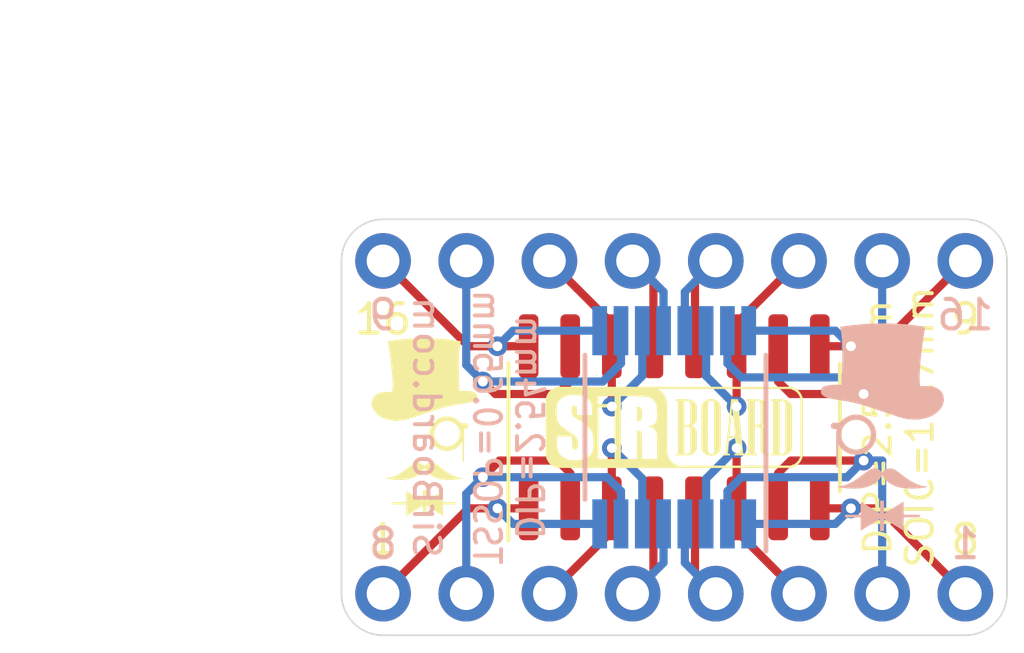
<source format=kicad_pcb>
(kicad_pcb (version 20171130) (host pcbnew "(5.1.2)-2")

  (general
    (thickness 1.6)
    (drawings 23)
    (tracks 121)
    (zones 0)
    (modules 7)
    (nets 17)
  )

  (page User 132.004 102.006)
  (title_block
    (title "SOIC16 To DIP16 Breakout Board")
    (date 2020-02-13)
    (rev 2)
    (company SirBoard)
    (comment 1 "SOIC16 P = 1.27mm")
    (comment 2 "TSSOP16 P = 0.65mm")
    (comment 3 "DIP16 P = 2.54mm")
  )

  (layers
    (0 F.Cu signal)
    (31 B.Cu signal)
    (32 B.Adhes user hide)
    (33 F.Adhes user hide)
    (34 B.Paste user hide)
    (35 F.Paste user hide)
    (36 B.SilkS user)
    (37 F.SilkS user)
    (38 B.Mask user hide)
    (39 F.Mask user hide)
    (40 Dwgs.User user)
    (41 Cmts.User user hide)
    (42 Eco1.User user hide)
    (43 Eco2.User user hide)
    (44 Edge.Cuts user)
    (45 Margin user hide)
    (46 B.CrtYd user hide)
    (47 F.CrtYd user hide)
    (48 B.Fab user hide)
    (49 F.Fab user hide)
  )

  (setup
    (last_trace_width 0.127)
    (trace_clearance 0.127)
    (zone_clearance 0.508)
    (zone_45_only no)
    (trace_min 0.127)
    (via_size 0.6)
    (via_drill 0.3)
    (via_min_size 0.4)
    (via_min_drill 0.3)
    (uvia_size 0.4)
    (uvia_drill 0.2)
    (uvias_allowed no)
    (uvia_min_size 0.2)
    (uvia_min_drill 0.1)
    (edge_width 0.05)
    (segment_width 0.2)
    (pcb_text_width 0.3)
    (pcb_text_size 1.5 1.5)
    (mod_edge_width 0.12)
    (mod_text_size 1 1)
    (mod_text_width 0.15)
    (pad_size 1.7 1.7)
    (pad_drill 1)
    (pad_to_mask_clearance 0)
    (solder_mask_min_width 0.1)
    (aux_axis_origin 0 0)
    (visible_elements 7FFFFFFF)
    (pcbplotparams
      (layerselection 0x010f0_ffffffff)
      (usegerberextensions false)
      (usegerberattributes false)
      (usegerberadvancedattributes false)
      (creategerberjobfile false)
      (excludeedgelayer true)
      (linewidth 0.100000)
      (plotframeref false)
      (viasonmask false)
      (mode 1)
      (useauxorigin true)
      (hpglpennumber 1)
      (hpglpenspeed 20)
      (hpglpendiameter 15.000000)
      (psnegative false)
      (psa4output false)
      (plotreference true)
      (plotvalue false)
      (plotinvisibletext false)
      (padsonsilk false)
      (subtractmaskfromsilk false)
      (outputformat 1)
      (mirror false)
      (drillshape 0)
      (scaleselection 1)
      (outputdirectory "../../Gerbers/SOIC16/"))
  )

  (net 0 "")
  (net 1 "Net-(J1-Pad16)")
  (net 2 "Net-(J1-Pad15)")
  (net 3 "Net-(J1-Pad14)")
  (net 4 "Net-(J1-Pad13)")
  (net 5 "Net-(J1-Pad12)")
  (net 6 "Net-(J1-Pad11)")
  (net 7 "Net-(J1-Pad10)")
  (net 8 "Net-(J1-Pad9)")
  (net 9 "Net-(J1-Pad8)")
  (net 10 "Net-(J1-Pad7)")
  (net 11 "Net-(J1-Pad6)")
  (net 12 "Net-(J1-Pad5)")
  (net 13 "Net-(J1-Pad4)")
  (net 14 "Net-(J1-Pad3)")
  (net 15 "Net-(J1-Pad2)")
  (net 16 "Net-(J1-Pad1)")

  (net_class Default "This is the default net class."
    (clearance 0.127)
    (trace_width 0.127)
    (via_dia 0.6)
    (via_drill 0.3)
    (uvia_dia 0.4)
    (uvia_drill 0.2)
    (diff_pair_width 0.2)
    (diff_pair_gap 0.2)
    (add_net "Net-(J1-Pad1)")
    (add_net "Net-(J1-Pad10)")
    (add_net "Net-(J1-Pad11)")
    (add_net "Net-(J1-Pad12)")
    (add_net "Net-(J1-Pad13)")
    (add_net "Net-(J1-Pad14)")
    (add_net "Net-(J1-Pad15)")
    (add_net "Net-(J1-Pad16)")
    (add_net "Net-(J1-Pad2)")
    (add_net "Net-(J1-Pad3)")
    (add_net "Net-(J1-Pad4)")
    (add_net "Net-(J1-Pad5)")
    (add_net "Net-(J1-Pad6)")
    (add_net "Net-(J1-Pad7)")
    (add_net "Net-(J1-Pad8)")
    (add_net "Net-(J1-Pad9)")
  )

  (module logo:SirBoard79x25 (layer F.Cu) (tedit 0) (tstamp 5D4AB0DD)
    (at 66.421 36.449)
    (fp_text reference G*** (at 0 0) (layer F.SilkS) hide
      (effects (font (size 1.524 1.524) (thickness 0.3)))
    )
    (fp_text value LOGO (at 0.75 0) (layer F.SilkS) hide
      (effects (font (size 1.524 1.524) (thickness 0.3)))
    )
    (fp_poly (pts (xy -1.067894 -0.616209) (xy -1.037114 -0.605597) (xy -1.013589 -0.58799) (xy -0.997428 -0.563454)
      (xy -0.992851 -0.551063) (xy -0.99047 -0.537697) (xy -0.98852 -0.516093) (xy -0.987015 -0.488161)
      (xy -0.985972 -0.455816) (xy -0.985404 -0.420968) (xy -0.985327 -0.385531) (xy -0.985757 -0.351416)
      (xy -0.986708 -0.320537) (xy -0.988196 -0.294805) (xy -0.990236 -0.276133) (xy -0.990649 -0.273744)
      (xy -0.998864 -0.246253) (xy -1.012466 -0.225735) (xy -1.032439 -0.211475) (xy -1.059768 -0.202756)
      (xy -1.09347 -0.198952) (xy -1.13284 -0.197045) (xy -1.13284 -0.61976) (xy -1.105823 -0.61976)
      (xy -1.067894 -0.616209)) (layer F.SilkS) (width 0.01))
    (fp_poly (pts (xy 3.15849 -0.852036) (xy 3.211017 -0.85129) (xy 3.254415 -0.850504) (xy 3.289711 -0.849627)
      (xy 3.317935 -0.848611) (xy 3.340117 -0.847407) (xy 3.357286 -0.845965) (xy 3.370472 -0.844236)
      (xy 3.380703 -0.842171) (xy 3.384177 -0.841246) (xy 3.435209 -0.822322) (xy 3.480827 -0.796665)
      (xy 3.520065 -0.765113) (xy 3.551957 -0.728506) (xy 3.575539 -0.687682) (xy 3.583106 -0.668386)
      (xy 3.584347 -0.664078) (xy 3.585462 -0.65854) (xy 3.586457 -0.651237) (xy 3.587339 -0.641635)
      (xy 3.588114 -0.629198) (xy 3.588789 -0.613391) (xy 3.589371 -0.59368) (xy 3.589867 -0.569528)
      (xy 3.590283 -0.540402) (xy 3.590626 -0.505766) (xy 3.590903 -0.465086) (xy 3.591121 -0.417826)
      (xy 3.591286 -0.363451) (xy 3.591406 -0.301427) (xy 3.591486 -0.231217) (xy 3.591534 -0.152289)
      (xy 3.591556 -0.064105) (xy 3.59156 0.002649) (xy 3.591556 0.097004) (xy 3.591539 0.181742)
      (xy 3.591501 0.257408) (xy 3.591434 0.324544) (xy 3.59133 0.383695) (xy 3.591182 0.435403)
      (xy 3.590981 0.480213) (xy 3.590719 0.518668) (xy 3.590389 0.551311) (xy 3.589982 0.578687)
      (xy 3.58949 0.601338) (xy 3.588906 0.619809) (xy 3.588222 0.634642) (xy 3.587429 0.646382)
      (xy 3.58652 0.655572) (xy 3.585487 0.662755) (xy 3.584322 0.668476) (xy 3.583017 0.673277)
      (xy 3.581703 0.677298) (xy 3.56271 0.717497) (xy 3.535073 0.754639) (xy 3.500123 0.787588)
      (xy 3.459193 0.815208) (xy 3.413614 0.836363) (xy 3.384438 0.845519) (xy 3.374698 0.847623)
      (xy 3.362624 0.849335) (xy 3.347163 0.850691) (xy 3.327266 0.851729) (xy 3.301881 0.852484)
      (xy 3.269957 0.852995) (xy 3.230445 0.853297) (xy 3.182293 0.853427) (xy 3.157756 0.85344)
      (xy 2.96164 0.85344) (xy 2.96164 0.808548) (xy 3.21564 0.808548) (xy 3.278686 0.806864)
      (xy 3.305099 0.806061) (xy 3.323542 0.805011) (xy 3.336205 0.80326) (xy 3.345277 0.800351)
      (xy 3.352946 0.795831) (xy 3.360702 0.789812) (xy 3.374671 0.776285) (xy 3.386522 0.761161)
      (xy 3.389141 0.756792) (xy 3.390436 0.754103) (xy 3.391606 0.750771) (xy 3.392656 0.7463)
      (xy 3.393591 0.740193) (xy 3.394417 0.731954) (xy 3.395139 0.721085) (xy 3.395762 0.70709)
      (xy 3.396293 0.689473) (xy 3.396735 0.667737) (xy 3.397095 0.641385) (xy 3.397378 0.609921)
      (xy 3.397588 0.572847) (xy 3.397733 0.529668) (xy 3.397816 0.479887) (xy 3.397843 0.423007)
      (xy 3.397819 0.358531) (xy 3.397751 0.285963) (xy 3.397642 0.204806) (xy 3.397499 0.114564)
      (xy 3.397327 0.01474) (xy 3.397296 -0.00254) (xy 3.39598 -0.74422) (xy 3.381602 -0.763015)
      (xy 3.364979 -0.780383) (xy 3.344626 -0.792821) (xy 3.318772 -0.80101) (xy 3.285648 -0.805631)
      (xy 3.268114 -0.806718) (xy 3.21564 -0.809052) (xy 3.21564 0.808548) (xy 2.96164 0.808548)
      (xy 2.96164 0.80772) (xy 3.0226 0.80772) (xy 3.0226 -0.80772) (xy 2.96164 -0.80772)
      (xy 2.96164 -0.854579) (xy 3.15849 -0.852036)) (layer F.SilkS) (width 0.01))
    (fp_poly (pts (xy 2.40157 -0.852036) (xy 2.454097 -0.85129) (xy 2.497495 -0.850504) (xy 2.532791 -0.849627)
      (xy 2.561015 -0.848611) (xy 2.583197 -0.847407) (xy 2.600366 -0.845965) (xy 2.613552 -0.844236)
      (xy 2.623783 -0.842171) (xy 2.627257 -0.841246) (xy 2.678364 -0.822302) (xy 2.723994 -0.796641)
      (xy 2.763203 -0.765088) (xy 2.795046 -0.728467) (xy 2.818579 -0.687604) (xy 2.826484 -0.667214)
      (xy 2.828608 -0.659912) (xy 2.830339 -0.651425) (xy 2.831708 -0.640753) (xy 2.832744 -0.626893)
      (xy 2.833475 -0.608841) (xy 2.833933 -0.585596) (xy 2.834145 -0.556155) (xy 2.834142 -0.519515)
      (xy 2.833952 -0.474675) (xy 2.833624 -0.423374) (xy 2.8321 -0.20574) (xy 2.815623 -0.172064)
      (xy 2.79562 -0.140268) (xy 2.768317 -0.109746) (xy 2.736476 -0.083175) (xy 2.703658 -0.063606)
      (xy 2.687908 -0.055658) (xy 2.676592 -0.049056) (xy 2.672085 -0.045188) (xy 2.67208 -0.045122)
      (xy 2.676333 -0.041224) (xy 2.686633 -0.036564) (xy 2.68726 -0.036342) (xy 2.711803 -0.024591)
      (xy 2.73869 -0.006524) (xy 2.764985 0.015496) (xy 2.787751 0.039104) (xy 2.798694 0.05334)
      (xy 2.805218 0.062783) (xy 2.810832 0.071152) (xy 2.815609 0.079253) (xy 2.819624 0.08789)
      (xy 2.822952 0.097871) (xy 2.825665 0.110001) (xy 2.827838 0.125085) (xy 2.829546 0.14393)
      (xy 2.830861 0.167341) (xy 2.831859 0.196125) (xy 2.832613 0.231086) (xy 2.833198 0.273032)
      (xy 2.833686 0.322768) (xy 2.834154 0.3811) (xy 2.83464 0.4445) (xy 2.835169 0.511474)
      (xy 2.835668 0.569042) (xy 2.836189 0.617957) (xy 2.836785 0.658972) (xy 2.837509 0.692841)
      (xy 2.838414 0.720316) (xy 2.839551 0.742151) (xy 2.840975 0.759098) (xy 2.842737 0.771913)
      (xy 2.84489 0.781346) (xy 2.847488 0.788153) (xy 2.850582 0.793086) (xy 2.854226 0.796897)
      (xy 2.858471 0.800342) (xy 2.859599 0.801208) (xy 2.870714 0.805987) (xy 2.88163 0.807558)
      (xy 2.890168 0.80843) (xy 2.894255 0.812609) (xy 2.895518 0.822835) (xy 2.8956 0.831056)
      (xy 2.8956 0.854392) (xy 2.82321 0.852305) (xy 2.792619 0.851193) (xy 2.770064 0.849702)
      (xy 2.753418 0.847546) (xy 2.740558 0.844436) (xy 2.729359 0.840087) (xy 2.72796 0.839437)
      (xy 2.698888 0.821122) (xy 2.676401 0.796385) (xy 2.66011 0.764571) (xy 2.649627 0.725027)
      (xy 2.646435 0.702089) (xy 2.645586 0.688946) (xy 2.644785 0.666699) (xy 2.644044 0.636402)
      (xy 2.643379 0.599112) (xy 2.642804 0.555884) (xy 2.642333 0.507773) (xy 2.641981 0.455835)
      (xy 2.641761 0.401125) (xy 2.64169 0.352784) (xy 2.6416 0.047709) (xy 2.626936 0.024586)
      (xy 2.612339 0.006046) (xy 2.594442 -0.007421) (xy 2.571516 -0.016545) (xy 2.541834 -0.022058)
      (xy 2.511194 -0.024398) (xy 2.45872 -0.026732) (xy 2.45872 0.80772) (xy 2.51968 0.80772)
      (xy 2.51968 0.85344) (xy 2.20472 0.85344) (xy 2.20472 0.80772) (xy 2.26568 0.80772)
      (xy 2.26568 -0.070292) (xy 2.45872 -0.070292) (xy 2.521766 -0.071976) (xy 2.548179 -0.072779)
      (xy 2.566622 -0.073829) (xy 2.579285 -0.07558) (xy 2.588357 -0.078489) (xy 2.596026 -0.083009)
      (xy 2.603782 -0.089028) (xy 2.611472 -0.095132) (xy 2.618053 -0.10057) (xy 2.623606 -0.106142)
      (xy 2.628214 -0.112646) (xy 2.631961 -0.12088) (xy 2.634929 -0.131643) (xy 2.637201 -0.145734)
      (xy 2.638861 -0.163951) (xy 2.63999 -0.187092) (xy 2.640672 -0.215958) (xy 2.64099 -0.251345)
      (xy 2.641026 -0.294053) (xy 2.640864 -0.34488) (xy 2.640586 -0.404625) (xy 2.640413 -0.44196)
      (xy 2.63906 -0.74422) (xy 2.624682 -0.763015) (xy 2.608059 -0.780383) (xy 2.587706 -0.792821)
      (xy 2.561852 -0.80101) (xy 2.528728 -0.805631) (xy 2.511194 -0.806718) (xy 2.45872 -0.809052)
      (xy 2.45872 -0.070292) (xy 2.26568 -0.070292) (xy 2.26568 -0.80772) (xy 2.20472 -0.80772)
      (xy 2.20472 -0.854579) (xy 2.40157 -0.852036)) (layer F.SilkS) (width 0.01))
    (fp_poly (pts (xy 1.804558 -0.853945) (xy 1.831517 -0.853664) (xy 1.859294 -0.853159) (xy 1.886037 -0.852464)
      (xy 1.909893 -0.851611) (xy 1.929009 -0.850635) (xy 1.941533 -0.849567) (xy 1.94564 -0.848527)
      (xy 1.946112 -0.842677) (xy 1.947488 -0.827368) (xy 1.949705 -0.803255) (xy 1.952702 -0.770994)
      (xy 1.956415 -0.73124) (xy 1.960783 -0.684647) (xy 1.965743 -0.631871) (xy 1.971234 -0.573567)
      (xy 1.977193 -0.51039) (xy 1.983558 -0.442995) (xy 1.990267 -0.372038) (xy 1.997257 -0.298173)
      (xy 2.004467 -0.222056) (xy 2.011834 -0.144342) (xy 2.019296 -0.065685) (xy 2.026791 0.013258)
      (xy 2.034256 0.091833) (xy 2.04163 0.169385) (xy 2.04885 0.245258) (xy 2.055854 0.318798)
      (xy 2.06258 0.389348) (xy 2.068965 0.456255) (xy 2.074948 0.518863) (xy 2.080466 0.576517)
      (xy 2.085458 0.628561) (xy 2.08986 0.674341) (xy 2.093611 0.713202) (xy 2.096648 0.744487)
      (xy 2.09891 0.767543) (xy 2.100334 0.781713) (xy 2.100816 0.78613) (xy 2.103742 0.80772)
      (xy 2.159 0.80772) (xy 2.159 0.85344) (xy 1.84404 0.85344) (xy 1.84404 0.80772)
      (xy 1.87452 0.80772) (xy 1.891392 0.807509) (xy 1.900498 0.806102) (xy 1.904234 0.802339)
      (xy 1.904994 0.795059) (xy 1.905 0.792943) (xy 1.904545 0.784879) (xy 1.903247 0.767814)
      (xy 1.901199 0.742863) (xy 1.898499 0.71114) (xy 1.895241 0.673762) (xy 1.891521 0.631843)
      (xy 1.887436 0.586499) (xy 1.88468 0.55626) (xy 1.880421 0.509541) (xy 1.876466 0.465729)
      (xy 1.872908 0.425906) (xy 1.869844 0.391156) (xy 1.867367 0.362562) (xy 1.865573 0.341206)
      (xy 1.864558 0.328171) (xy 1.86436 0.324656) (xy 1.863829 0.321205) (xy 1.861321 0.318687)
      (xy 1.85546 0.316953) (xy 1.84487 0.31586) (xy 1.828175 0.31526) (xy 1.804001 0.315009)
      (xy 1.77292 0.31496) (xy 1.743709 0.315125) (xy 1.71836 0.315585) (xy 1.698474 0.316284)
      (xy 1.685654 0.317167) (xy 1.68148 0.318104) (xy 1.680994 0.323651) (xy 1.679603 0.338288)
      (xy 1.677408 0.360996) (xy 1.674506 0.390754) (xy 1.670999 0.426542) (xy 1.666986 0.467341)
      (xy 1.662566 0.51213) (xy 1.65862 0.552017) (xy 1.653915 0.599772) (xy 1.649537 0.644731)
      (xy 1.645587 0.685819) (xy 1.642165 0.721962) (xy 1.639372 0.752083) (xy 1.637309 0.775109)
      (xy 1.636078 0.789964) (xy 1.63576 0.795252) (xy 1.636516 0.802395) (xy 1.640443 0.806115)
      (xy 1.650021 0.807519) (xy 1.6637 0.80772) (xy 1.69164 0.80772) (xy 1.69164 0.85344)
      (xy 1.50876 0.85344) (xy 1.50876 0.808204) (xy 1.540323 0.806692) (xy 1.571887 0.80518)
      (xy 1.627163 0.26543) (xy 1.686417 0.26543) (xy 1.687237 0.268671) (xy 1.690511 0.271018)
      (xy 1.697635 0.272612) (xy 1.710007 0.273595) (xy 1.729024 0.274111) (xy 1.756083 0.274302)
      (xy 1.773619 0.27432) (xy 1.860678 0.27432) (xy 1.85773 0.24765) (xy 1.856666 0.236944)
      (xy 1.854836 0.217323) (xy 1.852348 0.189992) (xy 1.84931 0.156156) (xy 1.845832 0.117022)
      (xy 1.842019 0.073797) (xy 1.837981 0.027685) (xy 1.83579 0.00254) (xy 1.831719 -0.043501)
      (xy 1.827797 -0.086357) (xy 1.82413 -0.124979) (xy 1.820825 -0.15832) (xy 1.817985 -0.185332)
      (xy 1.815717 -0.204967) (xy 1.814127 -0.216178) (xy 1.813526 -0.21844) (xy 1.812383 -0.223896)
      (xy 1.810513 -0.238378) (xy 1.808025 -0.260788) (xy 1.805033 -0.290028) (xy 1.801647 -0.325)
      (xy 1.797978 -0.364605) (xy 1.794139 -0.407744) (xy 1.793043 -0.42037) (xy 1.789191 -0.464184)
      (xy 1.785495 -0.504667) (xy 1.782064 -0.540741) (xy 1.779008 -0.571324) (xy 1.776435 -0.595337)
      (xy 1.774454 -0.611701) (xy 1.773174 -0.619334) (xy 1.772948 -0.61976) (xy 1.772145 -0.61485)
      (xy 1.770469 -0.600708) (xy 1.768007 -0.578216) (xy 1.764845 -0.548257) (xy 1.761069 -0.511714)
      (xy 1.756765 -0.46947) (xy 1.752021 -0.422406) (xy 1.746921 -0.371405) (xy 1.741553 -0.31735)
      (xy 1.736003 -0.261124) (xy 1.730356 -0.20361) (xy 1.7247 -0.145688) (xy 1.71912 -0.088243)
      (xy 1.713703 -0.032157) (xy 1.708534 0.021687) (xy 1.703702 0.072408) (xy 1.69929 0.119122)
      (xy 1.695387 0.160946) (xy 1.692077 0.196999) (xy 1.689448 0.226398) (xy 1.687586 0.248259)
      (xy 1.686576 0.261702) (xy 1.686417 0.26543) (xy 1.627163 0.26543) (xy 1.656687 -0.02286)
      (xy 1.665976 -0.113536) (xy 1.674985 -0.20145) (xy 1.683661 -0.286074) (xy 1.69195 -0.366878)
      (xy 1.699796 -0.443332) (xy 1.707146 -0.514906) (xy 1.713945 -0.581071) (xy 1.720138 -0.641297)
      (xy 1.725671 -0.695055) (xy 1.73049 -0.741814) (xy 1.73454 -0.781046) (xy 1.737767 -0.812221)
      (xy 1.740116 -0.834808) (xy 1.741532 -0.848279) (xy 1.741964 -0.85217) (xy 1.747121 -0.853115)
      (xy 1.760507 -0.853704) (xy 1.780271 -0.853969) (xy 1.804558 -0.853945)) (layer F.SilkS) (width 0.01))
    (fp_poly (pts (xy 0.25273 -0.852036) (xy 0.303694 -0.851354) (xy 0.345628 -0.85067) (xy 0.379659 -0.849924)
      (xy 0.406915 -0.849055) (xy 0.428526 -0.848002) (xy 0.44562 -0.846704) (xy 0.459325 -0.845102)
      (xy 0.470769 -0.843133) (xy 0.481082 -0.840737) (xy 0.485653 -0.839504) (xy 0.536166 -0.820876)
      (xy 0.58157 -0.794977) (xy 0.620703 -0.762706) (xy 0.652407 -0.72496) (xy 0.668415 -0.698041)
      (xy 0.68834 -0.65878) (xy 0.68834 -0.20574) (xy 0.671863 -0.172064) (xy 0.65186 -0.140268)
      (xy 0.624557 -0.109746) (xy 0.592716 -0.083175) (xy 0.559898 -0.063606) (xy 0.54417 -0.05577)
      (xy 0.532872 -0.049443) (xy 0.528368 -0.045952) (xy 0.528362 -0.045895) (xy 0.532538 -0.042396)
      (xy 0.543537 -0.035629) (xy 0.559133 -0.026949) (xy 0.562044 -0.0254) (xy 0.600311 -0.000689)
      (xy 0.633807 0.029813) (xy 0.660442 0.064013) (xy 0.671841 0.084543) (xy 0.68834 0.11938)
      (xy 0.689785 0.382971) (xy 0.690082 0.442381) (xy 0.690254 0.492519) (xy 0.69028 0.534274)
      (xy 0.690138 0.568533) (xy 0.689806 0.596184) (xy 0.689263 0.618115) (xy 0.688489 0.635214)
      (xy 0.687461 0.648368) (xy 0.686158 0.658466) (xy 0.684558 0.666396) (xy 0.68281 0.672531)
      (xy 0.664221 0.713889) (xy 0.636936 0.751913) (xy 0.602155 0.785562) (xy 0.561077 0.813797)
      (xy 0.514902 0.835581) (xy 0.482673 0.845801) (xy 0.473011 0.847833) (xy 0.460572 0.849489)
      (xy 0.444345 0.850804) (xy 0.423315 0.85181) (xy 0.39647 0.852542) (xy 0.362798 0.853035)
      (xy 0.321286 0.85332) (xy 0.27092 0.853434) (xy 0.254536 0.85344) (xy 0.05588 0.85344)
      (xy 0.05588 0.80772) (xy 0.11684 0.80772) (xy 0.30988 0.80772) (xy 0.366696 0.80772)
      (xy 0.393791 0.807385) (xy 0.413311 0.806154) (xy 0.427826 0.803684) (xy 0.439907 0.799633)
      (xy 0.445028 0.797304) (xy 0.462123 0.786277) (xy 0.477795 0.771858) (xy 0.480922 0.768094)
      (xy 0.4953 0.7493) (xy 0.4953 0.042438) (xy 0.481665 0.021834) (xy 0.467044 0.004304)
      (xy 0.448724 -0.008472) (xy 0.425062 -0.017144) (xy 0.394418 -0.022361) (xy 0.364773 -0.024444)
      (xy 0.30988 -0.026706) (xy 0.30988 0.80772) (xy 0.11684 0.80772) (xy 0.11684 -0.07112)
      (xy 0.30988 -0.07112) (xy 0.366696 -0.07112) (xy 0.393791 -0.071455) (xy 0.413311 -0.072686)
      (xy 0.427826 -0.075156) (xy 0.439907 -0.079207) (xy 0.445028 -0.081536) (xy 0.462123 -0.092563)
      (xy 0.477795 -0.106982) (xy 0.480922 -0.110746) (xy 0.4953 -0.12954) (xy 0.4953 -0.739882)
      (xy 0.481665 -0.760486) (xy 0.467044 -0.778016) (xy 0.448724 -0.790792) (xy 0.425062 -0.799464)
      (xy 0.394418 -0.804681) (xy 0.364773 -0.806764) (xy 0.30988 -0.809026) (xy 0.30988 -0.07112)
      (xy 0.11684 -0.07112) (xy 0.11684 -0.80772) (xy 0.05588 -0.80772) (xy 0.05588 -0.854508)
      (xy 0.25273 -0.852036)) (layer F.SilkS) (width 0.01))
    (fp_poly (pts (xy 1.158324 -0.857763) (xy 1.196422 -0.85313) (xy 1.21516 -0.848789) (xy 1.26341 -0.830718)
      (xy 1.307252 -0.805844) (xy 1.345441 -0.775243) (xy 1.376732 -0.739994) (xy 1.39988 -0.701173)
      (xy 1.407463 -0.682379) (xy 1.408891 -0.677976) (xy 1.410175 -0.673148) (xy 1.411322 -0.667357)
      (xy 1.412338 -0.660064) (xy 1.413233 -0.65073) (xy 1.414014 -0.638816) (xy 1.414689 -0.623783)
      (xy 1.415265 -0.605092) (xy 1.415751 -0.582205) (xy 1.416153 -0.554581) (xy 1.41648 -0.521684)
      (xy 1.41674 -0.482972) (xy 1.41694 -0.437908) (xy 1.417088 -0.385953) (xy 1.417192 -0.326567)
      (xy 1.417259 -0.259213) (xy 1.417298 -0.183349) (xy 1.417315 -0.098439) (xy 1.417319 -0.003943)
      (xy 1.41732 0.00254) (xy 1.417316 0.097677) (xy 1.417299 0.183194) (xy 1.417262 0.259628)
      (xy 1.417197 0.327519) (xy 1.417096 0.387406) (xy 1.416951 0.439828) (xy 1.416755 0.485323)
      (xy 1.416499 0.52443) (xy 1.416177 0.557689) (xy 1.415779 0.585639) (xy 1.4153 0.608818)
      (xy 1.41473 0.627765) (xy 1.414061 0.643019) (xy 1.413288 0.655119) (xy 1.4124 0.664604)
      (xy 1.411391 0.672014) (xy 1.410254 0.677886) (xy 1.408979 0.68276) (xy 1.40756 0.687175)
      (xy 1.407463 0.687458) (xy 1.38847 0.727657) (xy 1.360833 0.764799) (xy 1.325883 0.797748)
      (xy 1.284953 0.825368) (xy 1.239374 0.846523) (xy 1.210198 0.855679) (xy 1.182763 0.860521)
      (xy 1.149457 0.862988) (xy 1.113826 0.863119) (xy 1.079417 0.860953) (xy 1.049773 0.85653)
      (xy 1.03886 0.853791) (xy 0.989475 0.835348) (xy 0.947046 0.811087) (xy 0.909424 0.779708)
      (xy 0.898998 0.768973) (xy 0.876574 0.742473) (xy 0.860344 0.716887) (xy 0.847737 0.687995)
      (xy 0.845175 0.68072) (xy 0.843788 0.676322) (xy 0.842543 0.671341) (xy 0.841432 0.665237)
      (xy 0.840447 0.657468) (xy 0.839581 0.647494) (xy 0.838825 0.634774) (xy 0.838173 0.618768)
      (xy 0.837617 0.598935) (xy 0.83715 0.574734) (xy 0.836763 0.545624) (xy 0.836449 0.511066)
      (xy 0.8362 0.470518) (xy 0.83601 0.42344) (xy 0.83587 0.369291) (xy 0.835773 0.30753)
      (xy 0.835711 0.237617) (xy 0.835697 0.204576) (xy 1.027085 0.204576) (xy 1.027092 0.300004)
      (xy 1.027189 0.386352) (xy 1.027375 0.4635) (xy 1.027651 0.531327) (xy 1.028014 0.589714)
      (xy 1.028466 0.638539) (xy 1.029004 0.677683) (xy 1.029629 0.707026) (xy 1.03034 0.726447)
      (xy 1.031119 0.735735) (xy 1.03646 0.75498) (xy 1.044298 0.772837) (xy 1.04875 0.779877)
      (xy 1.069982 0.799852) (xy 1.096161 0.812408) (xy 1.124941 0.817203) (xy 1.153975 0.813891)
      (xy 1.180917 0.802129) (xy 1.18441 0.799773) (xy 1.199141 0.787048) (xy 1.211515 0.772527)
      (xy 1.214864 0.767159) (xy 1.21615 0.764442) (xy 1.217314 0.761037) (xy 1.218361 0.756446)
      (xy 1.219297 0.750174) (xy 1.22013 0.741726) (xy 1.220864 0.730605) (xy 1.221507 0.716317)
      (xy 1.222063 0.698365) (xy 1.22254 0.676254) (xy 1.222944 0.649488) (xy 1.22328 0.617572)
      (xy 1.223554 0.580009) (xy 1.223774 0.536304) (xy 1.223944 0.485962) (xy 1.224072 0.428487)
      (xy 1.224162 0.363382) (xy 1.224222 0.290153) (xy 1.224258 0.208304) (xy 1.224275 0.117338)
      (xy 1.224279 0.016761) (xy 1.22428 0.005493) (xy 1.22428 -0.738473) (xy 1.213504 -0.760732)
      (xy 1.197168 -0.784881) (xy 1.175228 -0.800868) (xy 1.147137 -0.809009) (xy 1.12776 -0.81026)
      (xy 1.096269 -0.80673) (xy 1.071233 -0.795723) (xy 1.051611 -0.776622) (xy 1.040745 -0.758526)
      (xy 1.0287 -0.73406) (xy 1.027344 -0.01304) (xy 1.027169 0.100188) (xy 1.027085 0.204576)
      (xy 0.835697 0.204576) (xy 0.835676 0.159012) (xy 0.835662 0.071172) (xy 0.83566 0.00254)
      (xy 0.835664 -0.092185) (xy 0.835682 -0.17729) (xy 0.835722 -0.253317) (xy 0.835791 -0.320806)
      (xy 0.835898 -0.380299) (xy 0.836049 -0.432336) (xy 0.836252 -0.477458) (xy 0.836515 -0.516206)
      (xy 0.836846 -0.549121) (xy 0.837253 -0.576743) (xy 0.837743 -0.599614) (xy 0.838323 -0.618274)
      (xy 0.839002 -0.633264) (xy 0.839788 -0.645126) (xy 0.840687 -0.654399) (xy 0.841708 -0.661625)
      (xy 0.842858 -0.667344) (xy 0.844145 -0.672098) (xy 0.845303 -0.67564) (xy 0.865642 -0.719348)
      (xy 0.894547 -0.758833) (xy 0.930976 -0.793173) (xy 0.973886 -0.821452) (xy 1.022237 -0.842748)
      (xy 1.041436 -0.848712) (xy 1.076814 -0.855552) (xy 1.117116 -0.858569) (xy 1.158324 -0.857763)) (layer F.SilkS) (width 0.01))
    (fp_poly (pts (xy 3.62458 -1.218028) (xy 3.687078 -1.191526) (xy 3.74371 -1.156921) (xy 3.793981 -1.114734)
      (xy 3.8374 -1.065485) (xy 3.873473 -1.009693) (xy 3.90171 -0.947879) (xy 3.913171 -0.913394)
      (xy 3.924026 -0.8763) (xy 3.925573 -0.02032) (xy 3.925771 0.1048) (xy 3.925895 0.219906)
      (xy 3.925943 0.325142) (xy 3.925916 0.420653) (xy 3.925813 0.506583) (xy 3.925633 0.583078)
      (xy 3.925375 0.650282) (xy 3.925039 0.70834) (xy 3.924624 0.757396) (xy 3.924129 0.797597)
      (xy 3.923555 0.829086) (xy 3.922899 0.852008) (xy 3.922162 0.866508) (xy 3.921682 0.87122)
      (xy 3.906957 0.934311) (xy 3.882727 0.994298) (xy 3.849372 1.050414) (xy 3.807276 1.101896)
      (xy 3.805946 1.103294) (xy 3.757416 1.147869) (xy 3.705571 1.183126) (xy 3.649359 1.209656)
      (xy 3.587725 1.228044) (xy 3.579189 1.229882) (xy 3.576037 1.230493) (xy 3.572487 1.231078)
      (xy 3.568313 1.231636) (xy 3.563291 1.232168) (xy 3.557194 1.232676) (xy 3.549797 1.233158)
      (xy 3.540876 1.233617) (xy 3.530205 1.234053) (xy 3.517559 1.234466) (xy 3.502712 1.234856)
      (xy 3.48544 1.235225) (xy 3.465516 1.235573) (xy 3.442717 1.2359) (xy 3.416816 1.236207)
      (xy 3.387589 1.236495) (xy 3.354809 1.236764) (xy 3.318253 1.237015) (xy 3.277694 1.237249)
      (xy 3.232908 1.237465) (xy 3.183669 1.237665) (xy 3.129751 1.237849) (xy 3.070931 1.238017)
      (xy 3.006982 1.238171) (xy 2.937679 1.23831) (xy 2.862797 1.238436) (xy 2.782111 1.238549)
      (xy 2.695395 1.23865) (xy 2.602425 1.238738) (xy 2.502974 1.238815) (xy 2.396819 1.238882)
      (xy 2.283733 1.238938) (xy 2.163491 1.238985) (xy 2.035868 1.239023) (xy 1.900639 1.239052)
      (xy 1.757579 1.239073) (xy 1.606462 1.239087) (xy 1.447063 1.239094) (xy 1.279157 1.239096)
      (xy 1.102518 1.239091) (xy 0.916922 1.239082) (xy 0.722143 1.239068) (xy 0.517956 1.23905)
      (xy 0.304136 1.239029) (xy 0.080457 1.239005) (xy 0.00254 1.238997) (xy -0.228203 1.238969)
      (xy -0.448999 1.238938) (xy -0.66006 1.238903) (xy -0.861599 1.238863) (xy -1.053829 1.238818)
      (xy -1.236964 1.238768) (xy -1.411215 1.238711) (xy -1.576795 1.238649) (xy -1.733918 1.23858)
      (xy -1.882796 1.238503) (xy -2.023641 1.238419) (xy -2.156667 1.238327) (xy -2.282087 1.238226)
      (xy -2.400112 1.238116) (xy -2.510957 1.237996) (xy -2.614833 1.237867) (xy -2.711953 1.237727)
      (xy -2.802531 1.237577) (xy -2.886779 1.237415) (xy -2.964909 1.237242) (xy -3.037136 1.237056)
      (xy -3.10367 1.236858) (xy -3.164726 1.236647) (xy -3.220515 1.236422) (xy -3.271251 1.236183)
      (xy -3.317147 1.23593) (xy -3.358415 1.235662) (xy -3.395268 1.235379) (xy -3.427919 1.23508)
      (xy -3.45658 1.234764) (xy -3.481465 1.234432) (xy -3.502785 1.234083) (xy -3.520755 1.233717)
      (xy -3.535586 1.233332) (xy -3.547492 1.232929) (xy -3.556685 1.232507) (xy -3.563378 1.232066)
      (xy -3.567784 1.231605) (xy -3.5687 1.231461) (xy -3.589448 1.227444) (xy -3.607537 1.223285)
      (xy -3.619614 1.219772) (xy -3.62101 1.219217) (xy -3.631906 1.215143) (xy -3.637003 1.214542)
      (xy -3.634652 1.217483) (xy -3.632809 1.218716) (xy -3.630975 1.221719) (xy -3.638783 1.222475)
      (xy -3.641349 1.222375) (xy -3.653649 1.220612) (xy -3.660906 1.217588) (xy -3.660665 1.215658)
      (xy -3.65669 1.216737) (xy -3.648226 1.217147) (xy -3.645553 1.215175) (xy -3.647976 1.210599)
      (xy -3.657436 1.204338) (xy -3.664089 1.201137) (xy -3.718761 1.171951) (xy -3.768718 1.134375)
      (xy -3.813124 1.089407) (xy -3.851148 1.038047) (xy -3.881953 0.981295) (xy -3.904706 0.920149)
      (xy -3.907731 0.90932) (xy -3.91922 0.86614) (xy -3.91922 0.00254) (xy -3.919216 -0.107637)
      (xy -3.919199 -0.208122) (xy -3.919164 -0.299384) (xy -3.919108 -0.381891) (xy -3.919036 -0.447193)
      (xy -3.595549 -0.447193) (xy -3.595075 -0.425937) (xy -3.592793 -0.370443) (xy -3.588934 -0.323091)
      (xy -3.583099 -0.281932) (xy -3.57489 -0.245015) (xy -3.563908 -0.210392) (xy -3.549755 -0.176113)
      (xy -3.539678 -0.155108) (xy -3.527616 -0.132127) (xy -3.515156 -0.111112) (xy -3.50151 -0.091351)
      (xy -3.485888 -0.072128) (xy -3.467502 -0.052731) (xy -3.445564 -0.032447) (xy -3.419285 -0.010561)
      (xy -3.387875 0.013639) (xy -3.350547 0.040867) (xy -3.306511 0.071836) (xy -3.254979 0.10726)
      (xy -3.23342 0.121934) (xy -3.177426 0.160061) (xy -3.129263 0.193295) (xy -3.088328 0.222409)
      (xy -3.054018 0.248177) (xy -3.025733 0.271373) (xy -3.002869 0.29277) (xy -2.984825 0.313141)
      (xy -2.970998 0.333262) (xy -2.960785 0.353905) (xy -2.953585 0.375843) (xy -2.948796 0.399851)
      (xy -2.945815 0.426703) (xy -2.94404 0.457171) (xy -2.942868 0.492029) (xy -2.942775 0.4953)
      (xy -2.941923 0.528611) (xy -2.941615 0.553678) (xy -2.94198 0.572407) (xy -2.943144 0.586707)
      (xy -2.945238 0.598485) (xy -2.948387 0.609647) (xy -2.950958 0.617184) (xy -2.960405 0.638234)
      (xy -2.972281 0.657073) (xy -2.978696 0.664586) (xy -2.990451 0.674802) (xy -3.002422 0.680479)
      (xy -3.018908 0.683396) (xy -3.025637 0.684021) (xy -3.05507 0.682981) (xy -3.078064 0.674279)
      (xy -3.095113 0.65768) (xy -3.100604 0.648326) (xy -3.105945 0.631649) (xy -3.11037 0.604882)
      (xy -3.113877 0.568053) (xy -3.116464 0.52119) (xy -3.11813 0.464323) (xy -3.118871 0.397479)
      (xy -3.118901 0.38735) (xy -3.11912 0.2794) (xy -3.58648 0.2794) (xy -3.586368 0.32385)
      (xy -3.585889 0.358843) (xy -3.584695 0.398497) (xy -3.582906 0.440758) (xy -3.580646 0.483572)
      (xy -3.578034 0.524885) (xy -3.575192 0.562644) (xy -3.572241 0.594795) (xy -3.569302 0.619285)
      (xy -3.568681 0.62337) (xy -3.557885 0.679216) (xy -3.544402 0.726829) (xy -3.527445 0.767959)
      (xy -3.50623 0.804354) (xy -3.479972 0.837762) (xy -3.465532 0.853062) (xy -3.418082 0.895098)
      (xy -3.365752 0.930248) (xy -3.307568 0.958985) (xy -3.242552 0.981785) (xy -3.169729 0.999122)
      (xy -3.1623 1.000514) (xy -3.129987 1.004968) (xy -3.090465 1.008125) (xy -3.046608 1.009954)
      (xy -3.001289 1.010419) (xy -2.957381 1.009487) (xy -2.917756 1.007126) (xy -2.88798 1.003726)
      (xy -2.812667 0.988772) (xy -2.744468 0.967858) (xy -2.681872 0.94039) (xy -2.623367 0.905775)
      (xy -2.604486 0.892527) (xy -2.571915 0.865761) (xy -2.544268 0.836155) (xy -2.521252 0.802839)
      (xy -2.502574 0.76494) (xy -2.48794 0.721585) (xy -2.477057 0.671903) (xy -2.469632 0.615022)
      (xy -2.465371 0.550069) (xy -2.46398 0.476173) (xy -2.463979 0.47498) (xy -2.465906 0.391038)
      (xy -2.471853 0.315783) (xy -2.482025 0.248487) (xy -2.496624 0.188422) (xy -2.515853 0.13486)
      (xy -2.539917 0.087072) (xy -2.569016 0.044331) (xy -2.59141 0.018178) (xy -2.623839 -0.014169)
      (xy -2.662542 -0.048368) (xy -2.708063 -0.084827) (xy -2.760944 -0.123952) (xy -2.821727 -0.166153)
      (xy -2.890956 -0.211837) (xy -2.933089 -0.23876) (xy -2.978167 -0.267759) (xy -3.015189 -0.292837)
      (xy -3.045049 -0.314882) (xy -3.068643 -0.334778) (xy -3.086865 -0.353411) (xy -3.100611 -0.371666)
      (xy -3.110777 -0.390429) (xy -3.118257 -0.410585) (xy -3.122369 -0.425971) (xy -3.126688 -0.452252)
      (xy -3.129014 -0.483769) (xy -3.129403 -0.517516) (xy -3.127911 -0.550485) (xy -3.124594 -0.579669)
      (xy -3.119508 -0.60206) (xy -3.119078 -0.603322) (xy -3.107186 -0.630146) (xy -3.092701 -0.648274)
      (xy -3.074049 -0.65912) (xy -3.051509 -0.663918) (xy -3.033428 -0.665051) (xy -3.020891 -0.663266)
      (xy -3.009493 -0.657701) (xy -3.005171 -0.654847) (xy -2.996198 -0.648319) (xy -2.98917 -0.641623)
      (xy -2.983829 -0.633467) (xy -2.979913 -0.622561) (xy -2.977163 -0.607614) (xy -2.97532 -0.587334)
      (xy -2.974124 -0.560431) (xy -2.973315 -0.525614) (xy -2.972813 -0.494031) (xy -2.971007 -0.370841)
      (xy -2.737056 -0.370841) (xy -2.503105 -0.37084) (xy -2.505858 -0.49403) (xy -2.507938 -0.556926)
      (xy -2.511255 -0.6096) (xy -2.31648 -0.6096) (xy -2.31648 0.97028) (xy -1.81864 0.97028)
      (xy -1.63576 0.97028) (xy -1.13284 0.97028) (xy -1.13284 0.105228) (xy -1.092407 0.107999)
      (xy -1.059447 0.112077) (xy -1.034742 0.119751) (xy -1.016752 0.131913) (xy -1.00394 0.149456)
      (xy -0.99822 0.162595) (xy -0.996336 0.168087) (xy -0.994695 0.173983) (xy -0.993279 0.181004)
      (xy -0.992066 0.189866) (xy -0.991037 0.20129) (xy -0.990172 0.215994) (xy -0.989451 0.234698)
      (xy -0.988853 0.258119) (xy -0.988359 0.286977) (xy -0.987949 0.321991) (xy -0.987603 0.36388)
      (xy -0.9873 0.413362) (xy -0.987021 0.471157) (xy -0.986746 0.537983) (xy -0.986583 0.58039)
      (xy -0.985106 0.97028) (xy -0.517632 0.97028) (xy -0.519166 0.58547) (xy -0.519455 0.513844)
      (xy -0.519727 0.451652) (xy -0.520004 0.398167) (xy -0.520308 0.35266) (xy -0.520663 0.314406)
      (xy -0.52109 0.282678) (xy -0.521613 0.256748) (xy -0.522255 0.235891) (xy -0.523037 0.219378)
      (xy -0.523982 0.206484) (xy -0.525113 0.196481) (xy -0.526453 0.188642) (xy -0.528024 0.182241)
      (xy -0.529849 0.176551) (xy -0.53195 0.170845) (xy -0.532071 0.170524) (xy -0.556165 0.119662)
      (xy -0.587578 0.074535) (xy -0.602147 0.058291) (xy -0.627789 0.03673) (xy -0.661666 0.015939)
      (xy -0.701857 -0.003064) (xy -0.746441 -0.019263) (xy -0.75184 -0.020924) (xy -0.78994 -0.032421)
      (xy -0.750967 -0.038531) (xy -0.700336 -0.048967) (xy -0.657973 -0.06333) (xy -0.622566 -0.082162)
      (xy -0.596545 -0.10247) (xy -0.576043 -0.124844) (xy -0.559013 -0.15141) (xy -0.545249 -0.183022)
      (xy -0.534546 -0.220532) (xy -0.526699 -0.264794) (xy -0.521501 -0.316662) (xy -0.518746 -0.376988)
      (xy -0.51816 -0.427612) (xy -0.520255 -0.507429) (xy -0.526687 -0.578618) (xy -0.537681 -0.641842)
      (xy -0.55346 -0.697764) (xy -0.574246 -0.747046) (xy -0.600264 -0.790349) (xy -0.631736 -0.828338)
      (xy -0.66294 -0.856941) (xy -0.681074 -0.871017) (xy -0.699328 -0.883578) (xy -0.718372 -0.894719)
      (xy -0.738872 -0.904532) (xy -0.761496 -0.913113) (xy -0.786913 -0.920555) (xy -0.815789 -0.926953)
      (xy -0.848791 -0.9324) (xy -0.886589 -0.936992) (xy -0.929849 -0.940821) (xy -0.979238 -0.943983)
      (xy -1.035425 -0.946571) (xy -1.099077 -0.948679) (xy -1.170862 -0.950402) (xy -1.251447 -0.951834)
      (xy -1.3415 -0.953069) (xy -1.34493 -0.953111) (xy -1.63576 -0.956659) (xy -1.63576 0.97028)
      (xy -1.81864 0.97028) (xy -1.81864 -0.6096) (xy -2.31648 -0.6096) (xy -2.511255 -0.6096)
      (xy -2.511338 -0.610917) (xy -2.516343 -0.657209) (xy -2.523235 -0.697004) (xy -2.532297 -0.731506)
      (xy -2.543813 -0.761917) (xy -2.558066 -0.789442) (xy -2.575339 -0.815285) (xy -2.584165 -0.826675)
      (xy -2.611637 -0.854894) (xy -2.647462 -0.882551) (xy -2.689842 -0.908647) (xy -2.736979 -0.932182)
      (xy -2.787077 -0.952158) (xy -2.796622 -0.95504) (xy -2.31648 -0.95504) (xy -2.31648 -0.70612)
      (xy -1.81864 -0.70612) (xy -1.81864 -0.95504) (xy -2.31648 -0.95504) (xy -2.796622 -0.95504)
      (xy -2.83718 -0.967285) (xy -2.895609 -0.979053) (xy -2.959896 -0.986793) (xy -3.027404 -0.990499)
      (xy -3.095497 -0.990164) (xy -3.161539 -0.985783) (xy -3.222891 -0.977349) (xy -3.264415 -0.968315)
      (xy -3.329711 -0.947375) (xy -3.388619 -0.920444) (xy -3.440429 -0.887972) (xy -3.48443 -0.850406)
      (xy -3.519913 -0.808196) (xy -3.521383 -0.806069) (xy -3.543409 -0.769557) (xy -3.561286 -0.729871)
      (xy -3.575217 -0.685965) (xy -3.585406 -0.636792) (xy -3.592056 -0.581303) (xy -3.595369 -0.518453)
      (xy -3.595549 -0.447193) (xy -3.919036 -0.447193) (xy -3.919026 -0.456112) (xy -3.918912 -0.522514)
      (xy -3.918763 -0.581567) (xy -3.918573 -0.633739) (xy -3.918338 -0.679497) (xy -3.918053 -0.719311)
      (xy -3.917714 -0.753649) (xy -3.917315 -0.78298) (xy -3.916853 -0.807771) (xy -3.916322 -0.828491)
      (xy -3.915718 -0.845608) (xy -3.915036 -0.859591) (xy -3.914272 -0.870909) (xy -3.913421 -0.880029)
      (xy -3.912477 -0.88742) (xy -3.911438 -0.89355) (xy -3.910297 -0.898888) (xy -3.910233 -0.89916)
      (xy -3.890161 -0.962838) (xy -3.861434 -1.021715) (xy -3.824682 -1.075116) (xy -3.780535 -1.122366)
      (xy -3.729624 -1.162787) (xy -3.71121 -1.173413) (xy -0.51562 -1.173413) (xy -0.482716 -1.155076)
      (xy -0.424569 -1.116931) (xy -0.372255 -1.070862) (xy -0.326471 -1.017711) (xy -0.287913 -0.958319)
      (xy -0.257278 -0.893527) (xy -0.249944 -0.87376) (xy -0.245768 -0.861875) (xy -0.241979 -0.850948)
      (xy -0.238556 -0.840457) (xy -0.235482 -0.829883) (xy -0.232738 -0.818703) (xy -0.230305 -0.806396)
      (xy -0.228164 -0.792441) (xy -0.226297 -0.776317) (xy -0.224685 -0.757503) (xy -0.223309 -0.735477)
      (xy -0.222151 -0.709718) (xy -0.221191 -0.679705) (xy -0.220412 -0.644917) (xy -0.219794 -0.604832)
      (xy -0.21932 -0.55893) (xy -0.218969 -0.506688) (xy -0.218723 -0.447586) (xy -0.218564 -0.381103)
      (xy -0.218473 -0.306717) (xy -0.218432 -0.223906) (xy -0.218421 -0.132151) (xy -0.218422 -0.030929)
      (xy -0.218421 0.004705) (xy -0.218417 0.10899) (xy -0.218401 0.203632) (xy -0.218358 0.289146)
      (xy -0.218273 0.366048) (xy -0.21813 0.434855) (xy -0.217914 0.496083) (xy -0.217611 0.550247)
      (xy -0.217204 0.597865) (xy -0.21668 0.639451) (xy -0.216023 0.675523) (xy -0.215217 0.706596)
      (xy -0.214249 0.733187) (xy -0.213101 0.755811) (xy -0.211761 0.774985) (xy -0.210211 0.791225)
      (xy -0.208438 0.805046) (xy -0.206425 0.816967) (xy -0.204159 0.827501) (xy -0.201623 0.837166)
      (xy -0.198803 0.846477) (xy -0.195684 0.855951) (xy -0.19327 0.863086) (xy -0.16605 0.927872)
      (xy -0.13012 0.988049) (xy -0.086198 1.042793) (xy -0.035003 1.091277) (xy 0.022744 1.132675)
      (xy 0.059521 1.153403) (xy 0.098949 1.173567) (xy 1.831284 1.172253) (xy 3.56362 1.17094)
      (xy 3.60426 1.157099) (xy 3.652131 1.137513) (xy 3.694531 1.112631) (xy 3.734514 1.080525)
      (xy 3.751579 1.064165) (xy 3.781713 1.031536) (xy 3.805078 0.999968) (xy 3.82394 0.96588)
      (xy 3.840567 0.925692) (xy 3.842335 0.920806) (xy 3.85826 0.8763) (xy 3.85968 0.02032)
      (xy 3.859856 -0.090291) (xy 3.859997 -0.191204) (xy 3.860101 -0.282883) (xy 3.860163 -0.365789)
      (xy 3.86018 -0.440385) (xy 3.86015 -0.507133) (xy 3.860068 -0.566497) (xy 3.859932 -0.618938)
      (xy 3.859738 -0.664919) (xy 3.859483 -0.704903) (xy 3.859164 -0.739352) (xy 3.858776 -0.768729)
      (xy 3.858317 -0.793495) (xy 3.857784 -0.814115) (xy 3.857173 -0.831049) (xy 3.856481 -0.844761)
      (xy 3.855704 -0.855714) (xy 3.854839 -0.864368) (xy 3.853883 -0.871188) (xy 3.85323 -0.874763)
      (xy 3.836409 -0.933633) (xy 3.810872 -0.98766) (xy 3.777105 -1.036312) (xy 3.735591 -1.079059)
      (xy 3.686816 -1.115368) (xy 3.631264 -1.144708) (xy 3.5941 -1.159009) (xy 3.55854 -1.17094)
      (xy 1.52146 -1.172177) (xy -0.51562 -1.173413) (xy -3.71121 -1.173413) (xy -3.672578 -1.195706)
      (xy -3.610946 -1.220156) (xy -3.57378 -1.2319) (xy 3.58394 -1.2319) (xy 3.62458 -1.218028)) (layer F.SilkS) (width 0.01))
  )

  (module Package_SO:TSSOP-16_4.4x5mm_P0.65mm (layer B.Cu) (tedit 5D1DAB3D) (tstamp 5D1DFECD)
    (at 66.421 36.449 90)
    (descr "16-Lead Plastic Thin Shrink Small Outline (ST)-4.4 mm Body [TSSOP] (see Microchip Packaging Specification 00000049BS.pdf)")
    (tags "SSOP 0.65")
    (attr smd)
    (fp_text reference REF** (at 0 3.55 90) (layer B.SilkS) hide
      (effects (font (size 1 1) (thickness 0.15)) (justify mirror))
    )
    (fp_text value TSSOP-16_4.4x5mm_P0.65mm (at 0 -3.55 90) (layer B.Fab)
      (effects (font (size 1 1) (thickness 0.15)) (justify mirror))
    )
    (fp_text user %R (at 0 0 90) (layer B.Fab)
      (effects (font (size 0.8 0.8) (thickness 0.15)) (justify mirror))
    )
    (fp_line (start -3.775 2.8) (end 2.2 2.8) (layer B.SilkS) (width 0.15))
    (fp_line (start -2.2 -2.725) (end 2.2 -2.725) (layer B.SilkS) (width 0.15))
    (fp_line (start -3.95 -2.8) (end 3.95 -2.8) (layer B.CrtYd) (width 0.05))
    (fp_line (start -3.95 2.9) (end 3.95 2.9) (layer B.CrtYd) (width 0.05))
    (fp_line (start 3.95 2.9) (end 3.95 -2.8) (layer B.CrtYd) (width 0.05))
    (fp_line (start -3.95 2.9) (end -3.95 -2.8) (layer B.CrtYd) (width 0.05))
    (fp_line (start -2.2 1.5) (end -1.2 2.5) (layer B.Fab) (width 0.15))
    (fp_line (start -2.2 -2.5) (end -2.2 1.5) (layer B.Fab) (width 0.15))
    (fp_line (start 2.2 -2.5) (end -2.2 -2.5) (layer B.Fab) (width 0.15))
    (fp_line (start 2.2 2.5) (end 2.2 -2.5) (layer B.Fab) (width 0.15))
    (fp_line (start -1.2 2.5) (end 2.2 2.5) (layer B.Fab) (width 0.15))
    (pad 16 smd rect (at 2.95 2.275 90) (size 1.5 0.45) (layers B.Cu B.Paste B.Mask)
      (net 8 "Net-(J1-Pad9)"))
    (pad 15 smd rect (at 2.95 1.625 90) (size 1.5 0.45) (layers B.Cu B.Paste B.Mask)
      (net 7 "Net-(J1-Pad10)"))
    (pad 14 smd rect (at 2.95 0.975 90) (size 1.5 0.45) (layers B.Cu B.Paste B.Mask)
      (net 6 "Net-(J1-Pad11)"))
    (pad 13 smd rect (at 2.95 0.325 90) (size 1.5 0.45) (layers B.Cu B.Paste B.Mask)
      (net 5 "Net-(J1-Pad12)"))
    (pad 12 smd rect (at 2.95 -0.325 90) (size 1.5 0.45) (layers B.Cu B.Paste B.Mask)
      (net 4 "Net-(J1-Pad13)"))
    (pad 11 smd rect (at 2.95 -0.975 90) (size 1.5 0.45) (layers B.Cu B.Paste B.Mask)
      (net 3 "Net-(J1-Pad14)"))
    (pad 10 smd rect (at 2.95 -1.625 90) (size 1.5 0.45) (layers B.Cu B.Paste B.Mask)
      (net 2 "Net-(J1-Pad15)"))
    (pad 9 smd rect (at 2.95 -2.275 90) (size 1.5 0.45) (layers B.Cu B.Paste B.Mask)
      (net 1 "Net-(J1-Pad16)"))
    (pad 8 smd rect (at -2.95 -2.275 90) (size 1.5 0.45) (layers B.Cu B.Paste B.Mask)
      (net 16 "Net-(J1-Pad1)"))
    (pad 7 smd rect (at -2.95 -1.625 90) (size 1.5 0.45) (layers B.Cu B.Paste B.Mask)
      (net 15 "Net-(J1-Pad2)"))
    (pad 6 smd rect (at -2.95 -0.975 90) (size 1.5 0.45) (layers B.Cu B.Paste B.Mask)
      (net 14 "Net-(J1-Pad3)"))
    (pad 5 smd rect (at -2.95 -0.325 90) (size 1.5 0.45) (layers B.Cu B.Paste B.Mask)
      (net 13 "Net-(J1-Pad4)"))
    (pad 4 smd rect (at -2.95 0.325 90) (size 1.5 0.45) (layers B.Cu B.Paste B.Mask)
      (net 12 "Net-(J1-Pad5)"))
    (pad 3 smd rect (at -2.95 0.975 90) (size 1.5 0.45) (layers B.Cu B.Paste B.Mask)
      (net 11 "Net-(J1-Pad6)"))
    (pad 2 smd rect (at -2.95 1.625 90) (size 1.5 0.45) (layers B.Cu B.Paste B.Mask)
      (net 10 "Net-(J1-Pad7)"))
    (pad 1 smd rect (at -2.95 2.275 90) (size 1.5 0.45) (layers B.Cu B.Paste B.Mask)
      (net 9 "Net-(J1-Pad8)"))
    (model ${KISYS3DMOD}/Package_SO.3dshapes/TSSOP-16_4.4x5mm_P0.65mm.wrl
      (at (xyz 0 0 0))
      (scale (xyz 1 1 1))
      (rotate (xyz 0 0 0))
    )
  )

  (module Connector_PinHeader_2.54mm:PinHeader_1x08_P2.54mm_Vertical (layer F.Cu) (tedit 5D398AFD) (tstamp 5D1DB03E)
    (at 57.531 41.529 90)
    (descr "Through hole straight pin header, 1x08, 2.54mm pitch, single row")
    (tags "Through hole pin header THT 1x08 2.54mm single row")
    (path /5D1CFF0A)
    (fp_text reference J3 (at 0 -2.33 270) (layer F.SilkS) hide
      (effects (font (size 1 1) (thickness 0.15)))
    )
    (fp_text value Conn_01x08 (at 0 20.11 270) (layer F.Fab)
      (effects (font (size 1 1) (thickness 0.15)))
    )
    (fp_text user %R (at 0 8.89 -180) (layer F.Fab)
      (effects (font (size 1 1) (thickness 0.15)))
    )
    (fp_line (start 1.8 -1.8) (end -1.8 -1.8) (layer F.CrtYd) (width 0.05))
    (fp_line (start 1.8 19.55) (end 1.8 -1.8) (layer F.CrtYd) (width 0.05))
    (fp_line (start -1.8 19.55) (end 1.8 19.55) (layer F.CrtYd) (width 0.05))
    (fp_line (start -1.8 -1.8) (end -1.8 19.55) (layer F.CrtYd) (width 0.05))
    (fp_line (start -1.27 -0.635) (end -0.635 -1.27) (layer F.Fab) (width 0.1))
    (fp_line (start -1.27 19.05) (end -1.27 -0.635) (layer F.Fab) (width 0.1))
    (fp_line (start 1.27 19.05) (end -1.27 19.05) (layer F.Fab) (width 0.1))
    (fp_line (start 1.27 -1.27) (end 1.27 19.05) (layer F.Fab) (width 0.1))
    (fp_line (start -0.635 -1.27) (end 1.27 -1.27) (layer F.Fab) (width 0.1))
    (pad 8 thru_hole oval (at 0 17.78 90) (size 1.7 1.7) (drill 1) (layers *.Cu *.Mask)
      (net 9 "Net-(J1-Pad8)"))
    (pad 7 thru_hole oval (at 0 15.24 90) (size 1.7 1.7) (drill 1) (layers *.Cu *.Mask)
      (net 10 "Net-(J1-Pad7)"))
    (pad 6 thru_hole oval (at 0 12.7 90) (size 1.7 1.7) (drill 1) (layers *.Cu *.Mask)
      (net 11 "Net-(J1-Pad6)"))
    (pad 5 thru_hole oval (at 0 10.16 90) (size 1.7 1.7) (drill 1) (layers *.Cu *.Mask)
      (net 12 "Net-(J1-Pad5)"))
    (pad 4 thru_hole oval (at 0 7.62 90) (size 1.7 1.7) (drill 1) (layers *.Cu *.Mask)
      (net 13 "Net-(J1-Pad4)"))
    (pad 3 thru_hole oval (at 0 5.08 90) (size 1.7 1.7) (drill 1) (layers *.Cu *.Mask)
      (net 14 "Net-(J1-Pad3)"))
    (pad 2 thru_hole oval (at 0 2.54 90) (size 1.7 1.7) (drill 1) (layers *.Cu *.Mask)
      (net 15 "Net-(J1-Pad2)"))
    (pad 1 thru_hole circle (at 0 0 90) (size 1.7 1.7) (drill 1) (layers *.Cu *.Mask)
      (net 16 "Net-(J1-Pad1)"))
    (model ${KISYS3DMOD}/Connector_PinHeader_2.54mm.3dshapes/PinHeader_1x08_P2.54mm_Vertical.wrl
      (at (xyz 0 0 0))
      (scale (xyz 1 1 1))
      (rotate (xyz 0 0 0))
    )
  )

  (module logo:logo54x76 (layer F.Cu) (tedit 0) (tstamp 5D4AB210)
    (at 58.801 36.449)
    (fp_text reference G*** (at 0 1.143) (layer F.SilkS) hide
      (effects (font (size 1.524 1.524) (thickness 0.3)))
    )
    (fp_text value LOGO (at 0.75 0) (layer F.SilkS) hide
      (effects (font (size 1.524 1.524) (thickness 0.3)))
    )
    (fp_poly (pts (xy 0.252521 -2.711196) (xy 0.49012 -2.697494) (xy 0.724736 -2.675821) (xy 0.953868 -2.646201)
      (xy 0.9906 -2.64061) (xy 1.033336 -2.634024) (xy 1.06366 -2.629087) (xy 1.083446 -2.624901)
      (xy 1.09457 -2.62057) (xy 1.098909 -2.615195) (xy 1.098338 -2.607879) (xy 1.094732 -2.597724)
      (xy 1.092559 -2.591818) (xy 1.080891 -2.550355) (xy 1.07017 -2.495015) (xy 1.060488 -2.42641)
      (xy 1.051939 -2.345154) (xy 1.048301 -2.302291) (xy 1.044388 -2.240273) (xy 1.041355 -2.165772)
      (xy 1.039189 -2.080789) (xy 1.037874 -1.987326) (xy 1.037397 -1.887388) (xy 1.037744 -1.782975)
      (xy 1.038898 -1.676091) (xy 1.040847 -1.568737) (xy 1.043575 -1.462918) (xy 1.047068 -1.360634)
      (xy 1.051312 -1.263889) (xy 1.056292 -1.174685) (xy 1.056461 -1.172029) (xy 1.06061 -1.106715)
      (xy 1.191091 -1.109122) (xy 1.281168 -1.108808) (xy 1.358236 -1.104218) (xy 1.423187 -1.095243)
      (xy 1.476915 -1.081777) (xy 1.505134 -1.071056) (xy 1.545209 -1.049462) (xy 1.572536 -1.024535)
      (xy 1.588862 -0.993659) (xy 1.595938 -0.954216) (xy 1.596571 -0.93421) (xy 1.595794 -0.907476)
      (xy 1.59218 -0.889356) (xy 1.5838 -0.873981) (xy 1.571961 -0.859233) (xy 1.547394 -0.835186)
      (xy 1.516463 -0.813654) (xy 1.478028 -0.794276) (xy 1.430953 -0.776691) (xy 1.374101 -0.760538)
      (xy 1.306334 -0.745455) (xy 1.226515 -0.731083) (xy 1.133506 -0.717059) (xy 1.116822 -0.714755)
      (xy 0.972688 -0.692936) (xy 0.83663 -0.667637) (xy 0.702373 -0.637543) (xy 0.563641 -0.601342)
      (xy 0.529771 -0.591823) (xy 0.505025 -0.584431) (xy 0.468062 -0.572906) (xy 0.42042 -0.557751)
      (xy 0.363634 -0.539472) (xy 0.299243 -0.518571) (xy 0.228783 -0.495553) (xy 0.153791 -0.470922)
      (xy 0.075804 -0.445182) (xy -0.003641 -0.418838) (xy -0.083008 -0.392392) (xy -0.160759 -0.36635)
      (xy -0.235357 -0.341215) (xy -0.266698 -0.330603) (xy -0.339736 -0.305961) (xy -0.401058 -0.285625)
      (xy -0.452624 -0.269037) (xy -0.496394 -0.255639) (xy -0.534327 -0.244872) (xy -0.568382 -0.236178)
      (xy -0.600519 -0.229) (xy -0.632698 -0.222778) (xy -0.664029 -0.217419) (xy -0.708712 -0.211679)
      (xy -0.761132 -0.207407) (xy -0.817021 -0.20473) (xy -0.872115 -0.203775) (xy -0.922147 -0.204672)
      (xy -0.962851 -0.207547) (xy -0.968829 -0.208281) (xy -1.087596 -0.229456) (xy -1.195257 -0.259832)
      (xy -1.291998 -0.299494) (xy -1.378006 -0.348526) (xy -1.453468 -0.407013) (xy -1.491018 -0.443744)
      (xy -1.539967 -0.502682) (xy -1.575408 -0.561834) (xy -1.598228 -0.623288) (xy -1.609312 -0.689129)
      (xy -1.610731 -0.725715) (xy -1.604705 -0.798077) (xy -1.586651 -0.862324) (xy -1.556605 -0.918411)
      (xy -1.514604 -0.966292) (xy -1.460684 -1.005921) (xy -1.394883 -1.037253) (xy -1.349777 -1.052032)
      (xy -1.298785 -1.063261) (xy -1.238559 -1.071539) (xy -1.174157 -1.076448) (xy -1.110638 -1.077567)
      (xy -1.065557 -1.075586) (xy -0.995371 -1.070162) (xy -0.991204 -1.090994) (xy -0.982829 -1.148218)
      (xy -0.977783 -1.218671) (xy -0.975994 -1.301472) (xy -0.977393 -1.395741) (xy -0.98191 -1.500595)
      (xy -0.989474 -1.615154) (xy -1.000014 -1.738537) (xy -1.01346 -1.869862) (xy -1.029742 -2.008248)
      (xy -1.048789 -2.152815) (xy -1.070531 -2.30268) (xy -1.094897 -2.456962) (xy -1.105405 -2.519962)
      (xy -1.111996 -2.559832) (xy -1.116057 -2.587666) (xy -1.117707 -2.605699) (xy -1.117064 -2.616166)
      (xy -1.114247 -2.621302) (xy -1.110872 -2.622973) (xy -1.096781 -2.626079) (xy -1.071008 -2.630839)
      (xy -1.036229 -2.636807) (xy -0.995125 -2.643538) (xy -0.950373 -2.650585) (xy -0.904652 -2.657505)
      (xy -0.892629 -2.659272) (xy -0.677652 -2.685797) (xy -0.453146 -2.704228) (xy -0.221614 -2.714587)
      (xy 0.014443 -2.716902) (xy 0.252521 -2.711196)) (layer F.SilkS) (width 0.01))
    (fp_poly (pts (xy 0.726979 -0.32675) (xy 0.779977 -0.320861) (xy 0.800601 -0.316685) (xy 0.872557 -0.293181)
      (xy 0.942915 -0.258598) (xy 1.007844 -0.215229) (xy 1.063515 -0.165367) (xy 1.07563 -0.152049)
      (xy 1.106714 -0.116279) (xy 1.199128 -0.116197) (xy 1.237259 -0.116062) (xy 1.263833 -0.115376)
      (xy 1.281809 -0.113598) (xy 1.294144 -0.110185) (xy 1.303797 -0.104597) (xy 1.313726 -0.096292)
      (xy 1.315242 -0.094939) (xy 1.329955 -0.079776) (xy 1.336931 -0.064712) (xy 1.338907 -0.043132)
      (xy 1.338943 -0.037643) (xy 1.334444 -0.005765) (xy 1.320318 0.01762) (xy 1.295618 0.033167)
      (xy 1.259397 0.041535) (xy 1.222077 0.043502) (xy 1.18504 0.043543) (xy 1.193701 0.078014)
      (xy 1.195566 0.089635) (xy 1.197102 0.10886) (xy 1.198317 0.136501) (xy 1.199219 0.173369)
      (xy 1.199818 0.220275) (xy 1.200121 0.278031) (xy 1.200138 0.347448) (xy 1.199877 0.429338)
      (xy 1.199346 0.524513) (xy 1.198972 0.578757) (xy 1.195581 1.045028) (xy 1.161297 1.045028)
      (xy 1.159405 0.731157) (xy 1.157514 0.417285) (xy 1.134608 0.4572) (xy 1.086988 0.526327)
      (xy 1.030166 0.585313) (xy 0.965655 0.633806) (xy 0.894965 0.671456) (xy 0.819608 0.697913)
      (xy 0.741098 0.712826) (xy 0.660945 0.715843) (xy 0.580662 0.706616) (xy 0.50176 0.684793)
      (xy 0.425753 0.650024) (xy 0.391885 0.629393) (xy 0.372652 0.614776) (xy 0.347439 0.593014)
      (xy 0.320166 0.56758) (xy 0.304257 0.551809) (xy 0.250214 0.486657) (xy 0.208349 0.414077)
      (xy 0.179112 0.335191) (xy 0.162951 0.251118) (xy 0.160349 0.203181) (xy 0.290156 0.203181)
      (xy 0.297428 0.270616) (xy 0.316743 0.33712) (xy 0.348598 0.401213) (xy 0.388438 0.455657)
      (xy 0.438736 0.503241) (xy 0.497851 0.540834) (xy 0.563386 0.56766) (xy 0.632945 0.582943)
      (xy 0.70413 0.585905) (xy 0.765628 0.577833) (xy 0.836897 0.555147) (xy 0.901289 0.520151)
      (xy 0.957695 0.473852) (xy 1.005005 0.417259) (xy 1.042113 0.351379) (xy 1.057458 0.312476)
      (xy 1.068116 0.267913) (xy 1.073556 0.215702) (xy 1.073649 0.161694) (xy 1.068265 0.111742)
      (xy 1.062479 0.086588) (xy 1.034911 0.017647) (xy 0.995507 -0.044268) (xy 0.945783 -0.097759)
      (xy 0.887254 -0.141431) (xy 0.821434 -0.173887) (xy 0.760491 -0.191696) (xy 0.720963 -0.199)
      (xy 0.689434 -0.202212) (xy 0.659987 -0.201355) (xy 0.626703 -0.196455) (xy 0.605971 -0.19233)
      (xy 0.534769 -0.170693) (xy 0.471638 -0.138155) (xy 0.417075 -0.096194) (xy 0.371576 -0.046289)
      (xy 0.335638 0.01008) (xy 0.309758 0.071434) (xy 0.294432 0.136294) (xy 0.290156 0.203181)
      (xy 0.160349 0.203181) (xy 0.159657 0.190434) (xy 0.166668 0.107332) (xy 0.186994 0.027565)
      (xy 0.219575 -0.047539) (xy 0.263352 -0.116651) (xy 0.317265 -0.178443) (xy 0.380254 -0.231586)
      (xy 0.451259 -0.274752) (xy 0.529221 -0.306612) (xy 0.563924 -0.316336) (xy 0.612783 -0.324478)
      (xy 0.669191 -0.327953) (xy 0.726979 -0.32675)) (layer F.SilkS) (width 0.01))
    (fp_poly (pts (xy 0.237999 1.079864) (xy 0.270846 1.088698) (xy 0.291719 1.096279) (xy 0.314155 1.10698)
      (xy 0.339692 1.121829) (xy 0.369865 1.141854) (xy 0.406212 1.168082) (xy 0.45027 1.201542)
      (xy 0.503575 1.243262) (xy 0.512679 1.250468) (xy 0.624727 1.334106) (xy 0.732729 1.404284)
      (xy 0.836564 1.460939) (xy 0.936109 1.50401) (xy 1.031242 1.533435) (xy 1.102446 1.546892)
      (xy 1.12931 1.550693) (xy 1.146855 1.554024) (xy 1.154333 1.55723) (xy 1.150999 1.560655)
      (xy 1.136105 1.564643) (xy 1.108904 1.569538) (xy 1.06865 1.575682) (xy 1.026885 1.581681)
      (xy 0.920784 1.593768) (xy 0.814316 1.600277) (xy 0.710517 1.601227) (xy 0.612418 1.596633)
      (xy 0.523053 1.586513) (xy 0.478817 1.578617) (xy 0.377715 1.552208) (xy 0.286614 1.516907)
      (xy 0.206017 1.473048) (xy 0.136426 1.420964) (xy 0.07834 1.36099) (xy 0.032263 1.293458)
      (xy 0.022468 1.275015) (xy -0.00429 1.221751) (xy -0.024009 1.262204) (xy -0.067713 1.335591)
      (xy -0.122995 1.400326) (xy -0.18971 1.456313) (xy -0.267712 1.503456) (xy -0.356855 1.54166)
      (xy -0.456993 1.570827) (xy -0.508806 1.581568) (xy -0.560885 1.58908) (xy -0.623357 1.594878)
      (xy -0.692182 1.598813) (xy -0.763324 1.600736) (xy -0.832745 1.600495) (xy -0.896406 1.59794)
      (xy -0.9144 1.59665) (xy -0.94123 1.594012) (xy -0.975123 1.589981) (xy -1.013357 1.584963)
      (xy -1.053209 1.579361) (xy -1.091955 1.573581) (xy -1.126871 1.568028) (xy -1.155235 1.563107)
      (xy -1.174322 1.559222) (xy -1.181288 1.556977) (xy -1.17575 1.55535) (xy -1.159303 1.552907)
      (xy -1.135492 1.550174) (xy -1.135177 1.550142) (xy -1.055402 1.537396) (xy -0.974076 1.5151)
      (xy -0.890289 1.482789) (xy -0.80313 1.44) (xy -0.711689 1.386266) (xy -0.615055 1.321126)
      (xy -0.512319 1.244113) (xy -0.471715 1.211821) (xy -0.425095 1.174862) (xy -0.386893 1.146284)
      (xy -0.354832 1.124656) (xy -0.326635 1.108545) (xy -0.300025 1.096521) (xy -0.274137 1.087577)
      (xy -0.217324 1.077138) (xy -0.163201 1.080869) (xy -0.112479 1.098562) (xy -0.065866 1.130008)
      (xy -0.039095 1.1566) (xy -0.005677 1.194504) (xy 0.03889 1.149974) (xy 0.071628 1.120363)
      (xy 0.101936 1.100303) (xy 0.125458 1.08975) (xy 0.164107 1.078214) (xy 0.199796 1.074932)
      (xy 0.237999 1.079864)) (layer F.SilkS) (width 0.01))
    (fp_poly (pts (xy 0.0508 2.090662) (xy 0.051037 2.138054) (xy 0.051705 2.180038) (xy 0.052732 2.214632)
      (xy 0.054049 2.239852) (xy 0.055588 2.253714) (xy 0.056574 2.255762) (xy 0.064285 2.251399)
      (xy 0.0824 2.240651) (xy 0.108943 2.224708) (xy 0.141935 2.204757) (xy 0.1794 2.181987)
      (xy 0.185389 2.178337) (xy 0.235068 2.148053) (xy 0.291732 2.113508) (xy 0.349975 2.078001)
      (xy 0.404388 2.044828) (xy 0.4318 2.028116) (xy 0.555171 1.952899) (xy 0.557117 2.123078)
      (xy 0.559062 2.293257) (xy 0.9652 2.293257) (xy 0.9652 2.351314) (xy 0.559058 2.351314)
      (xy 0.557114 2.524705) (xy 0.555171 2.698095) (xy 0.43476 2.62449) (xy 0.387035 2.595314)
      (xy 0.33198 2.561654) (xy 0.274651 2.526599) (xy 0.220099 2.49324) (xy 0.186793 2.472871)
      (xy 0.148273 2.449432) (xy 0.11401 2.42881) (xy 0.085904 2.412132) (xy 0.065858 2.400524)
      (xy 0.055774 2.395111) (xy 0.055018 2.394857) (xy 0.053793 2.401769) (xy 0.052707 2.421123)
      (xy 0.051816 2.450849) (xy 0.051175 2.488874) (xy 0.050838 2.533128) (xy 0.0508 2.554514)
      (xy 0.0508 2.714171) (xy -0.043271 2.714171) (xy -0.045221 2.550982) (xy -0.047172 2.387793)
      (xy -0.120591 2.43372) (xy -0.150198 2.452124) (xy -0.175892 2.46788) (xy -0.194842 2.479265)
      (xy -0.204048 2.484479) (xy -0.212676 2.489427) (xy -0.231961 2.500954) (xy -0.260204 2.518028)
      (xy -0.295703 2.539617) (xy -0.336759 2.56469) (xy -0.381669 2.592215) (xy -0.384629 2.594032)
      (xy -0.555172 2.698753) (xy -0.557115 2.525034) (xy -0.559058 2.351314) (xy -0.979715 2.351314)
      (xy -0.979715 2.293257) (xy -0.5588 2.293257) (xy -0.5588 2.122714) (xy -0.558681 2.074701)
      (xy -0.558345 2.031919) (xy -0.557827 1.99637) (xy -0.557162 1.970059) (xy -0.556385 1.95499)
      (xy -0.555851 1.952171) (xy -0.548939 1.955759) (xy -0.531999 1.965608) (xy -0.507349 1.980341)
      (xy -0.477304 1.998585) (xy -0.466951 2.004927) (xy -0.428813 2.028295) (xy -0.383214 2.056172)
      (xy -0.335105 2.085536) (xy -0.289431 2.113364) (xy -0.275772 2.121674) (xy -0.234716 2.146673)
      (xy -0.192212 2.17261) (xy -0.152271 2.197031) (xy -0.118908 2.217485) (xy -0.107043 2.224782)
      (xy -0.043543 2.263897) (xy -0.043543 1.923143) (xy 0.0508 1.923143) (xy 0.0508 2.090662)) (layer F.SilkS) (width 0.01))
  )

  (module Connector_PinHeader_2.54mm:PinHeader_1x08_P2.54mm_Vertical (layer F.Cu) (tedit 5D398AEB) (tstamp 5D1DB022)
    (at 57.531 31.369 90)
    (descr "Through hole straight pin header, 1x08, 2.54mm pitch, single row")
    (tags "Through hole pin header THT 1x08 2.54mm single row")
    (path /5D1CFB0A)
    (fp_text reference J2 (at 0 -2.33 270) (layer F.SilkS) hide
      (effects (font (size 1 1) (thickness 0.15)))
    )
    (fp_text value Conn_01x08 (at 0 20.11 270) (layer F.Fab)
      (effects (font (size 1 1) (thickness 0.15)))
    )
    (fp_text user %R (at 0 8.89 -180) (layer F.Fab)
      (effects (font (size 1 1) (thickness 0.15)))
    )
    (fp_line (start 1.8 -1.8) (end -1.8 -1.8) (layer F.CrtYd) (width 0.05))
    (fp_line (start 1.8 19.55) (end 1.8 -1.8) (layer F.CrtYd) (width 0.05))
    (fp_line (start -1.8 19.55) (end 1.8 19.55) (layer F.CrtYd) (width 0.05))
    (fp_line (start -1.8 -1.8) (end -1.8 19.55) (layer F.CrtYd) (width 0.05))
    (fp_line (start -1.27 -0.635) (end -0.635 -1.27) (layer F.Fab) (width 0.1))
    (fp_line (start -1.27 19.05) (end -1.27 -0.635) (layer F.Fab) (width 0.1))
    (fp_line (start 1.27 19.05) (end -1.27 19.05) (layer F.Fab) (width 0.1))
    (fp_line (start 1.27 -1.27) (end 1.27 19.05) (layer F.Fab) (width 0.1))
    (fp_line (start -0.635 -1.27) (end 1.27 -1.27) (layer F.Fab) (width 0.1))
    (pad 8 thru_hole oval (at 0 17.78 90) (size 1.7 1.7) (drill 1) (layers *.Cu *.Mask)
      (net 8 "Net-(J1-Pad9)"))
    (pad 7 thru_hole oval (at 0 15.24 90) (size 1.7 1.7) (drill 1) (layers *.Cu *.Mask)
      (net 7 "Net-(J1-Pad10)"))
    (pad 6 thru_hole oval (at 0 12.7 90) (size 1.7 1.7) (drill 1) (layers *.Cu *.Mask)
      (net 6 "Net-(J1-Pad11)"))
    (pad 5 thru_hole oval (at 0 10.16 90) (size 1.7 1.7) (drill 1) (layers *.Cu *.Mask)
      (net 5 "Net-(J1-Pad12)"))
    (pad 4 thru_hole oval (at 0 7.62 90) (size 1.7 1.7) (drill 1) (layers *.Cu *.Mask)
      (net 4 "Net-(J1-Pad13)"))
    (pad 3 thru_hole oval (at 0 5.08 90) (size 1.7 1.7) (drill 1) (layers *.Cu *.Mask)
      (net 3 "Net-(J1-Pad14)"))
    (pad 2 thru_hole oval (at 0 2.54 90) (size 1.7 1.7) (drill 1) (layers *.Cu *.Mask)
      (net 2 "Net-(J1-Pad15)"))
    (pad 1 thru_hole circle (at 0 0 90) (size 1.7 1.7) (drill 1) (layers *.Cu *.Mask)
      (net 1 "Net-(J1-Pad16)"))
    (model ${KISYS3DMOD}/Connector_PinHeader_2.54mm.3dshapes/PinHeader_1x08_P2.54mm_Vertical.wrl
      (at (xyz 0 0 0))
      (scale (xyz 1 1 1))
      (rotate (xyz 0 0 0))
    )
  )

  (module logo:logo63x89 (layer B.Cu) (tedit 0) (tstamp 5D1E16AD)
    (at 72.771 36.449 180)
    (fp_text reference G*** (at 0 0) (layer B.SilkS) hide
      (effects (font (size 1.524 1.524) (thickness 0.3)) (justify mirror))
    )
    (fp_text value LOGO (at 0.75 0) (layer B.SilkS) hide
      (effects (font (size 1.524 1.524) (thickness 0.3)) (justify mirror))
    )
    (fp_poly (pts (xy 0.294608 3.163061) (xy 0.571806 3.147075) (xy 0.845525 3.12179) (xy 1.112846 3.087234)
      (xy 1.1557 3.080712) (xy 1.205559 3.073027) (xy 1.240937 3.067267) (xy 1.26402 3.062384)
      (xy 1.276999 3.057331) (xy 1.28206 3.05106) (xy 1.281394 3.042525) (xy 1.277187 3.030677)
      (xy 1.274652 3.023788) (xy 1.26104 2.975414) (xy 1.248531 2.91085) (xy 1.237236 2.830812)
      (xy 1.227262 2.736013) (xy 1.223018 2.686005) (xy 1.218452 2.613652) (xy 1.214914 2.526733)
      (xy 1.212387 2.427586) (xy 1.210853 2.318547) (xy 1.210297 2.201952) (xy 1.210701 2.080137)
      (xy 1.212048 1.955439) (xy 1.214321 1.830193) (xy 1.217504 1.706737) (xy 1.221579 1.587406)
      (xy 1.226531 1.474536) (xy 1.232341 1.370465) (xy 1.232537 1.367366) (xy 1.237378 1.291166)
      (xy 1.389606 1.293975) (xy 1.494696 1.293609) (xy 1.584608 1.288254) (xy 1.660385 1.277783)
      (xy 1.723067 1.262072) (xy 1.755989 1.249565) (xy 1.802744 1.224372) (xy 1.834625 1.195291)
      (xy 1.853673 1.159268) (xy 1.861927 1.113251) (xy 1.862666 1.089911) (xy 1.86176 1.058721)
      (xy 1.857543 1.037582) (xy 1.847767 1.019644) (xy 1.833954 1.002437) (xy 1.805293 0.974383)
      (xy 1.769206 0.949262) (xy 1.724366 0.926655) (xy 1.669445 0.906139) (xy 1.603117 0.887293)
      (xy 1.524056 0.869697) (xy 1.430934 0.852929) (xy 1.322424 0.836569) (xy 1.302958 0.83388)
      (xy 1.134803 0.808425) (xy 0.976069 0.778909) (xy 0.819435 0.7438) (xy 0.657581 0.701565)
      (xy 0.618066 0.690459) (xy 0.589196 0.681835) (xy 0.546072 0.668389) (xy 0.49049 0.650709)
      (xy 0.42424 0.629383) (xy 0.349117 0.604999) (xy 0.266914 0.578144) (xy 0.179423 0.549409)
      (xy 0.088438 0.519379) (xy -0.004248 0.488643) (xy -0.096842 0.45779) (xy -0.187552 0.427408)
      (xy -0.274583 0.398084) (xy -0.311148 0.385703) (xy -0.396359 0.356954) (xy -0.467901 0.333229)
      (xy -0.528062 0.313876) (xy -0.579127 0.298245) (xy -0.623382 0.285683) (xy -0.663113 0.275541)
      (xy -0.700606 0.267166) (xy -0.738148 0.259907) (xy -0.7747 0.253655) (xy -0.826831 0.246959)
      (xy -0.887987 0.241974) (xy -0.953191 0.238851) (xy -1.017467 0.237737) (xy -1.075838 0.238783)
      (xy -1.123326 0.242138) (xy -1.130301 0.242994) (xy -1.268862 0.267698) (xy -1.394466 0.303136)
      (xy -1.507331 0.349409) (xy -1.607673 0.406613) (xy -1.695713 0.474848) (xy -1.739521 0.5177)
      (xy -1.796628 0.586461) (xy -1.837976 0.655473) (xy -1.864599 0.727169) (xy -1.87753 0.803983)
      (xy -1.879187 0.846667) (xy -1.872156 0.931089) (xy -1.851093 1.006044) (xy -1.816039 1.071479)
      (xy -1.767038 1.12734) (xy -1.704132 1.173574) (xy -1.627363 1.210127) (xy -1.57474 1.22737)
      (xy -1.515249 1.240471) (xy -1.444985 1.250129) (xy -1.36985 1.255855) (xy -1.295745 1.257161)
      (xy -1.24315 1.25485) (xy -1.161266 1.248521) (xy -1.156405 1.272826) (xy -1.146634 1.339587)
      (xy -1.140746 1.421782) (xy -1.13866 1.518384) (xy -1.140292 1.628364) (xy -1.145562 1.750694)
      (xy -1.154386 1.884346) (xy -1.166683 2.028293) (xy -1.18237 2.181505) (xy -1.201366 2.342956)
      (xy -1.223587 2.511616) (xy -1.248953 2.686459) (xy -1.27738 2.866455) (xy -1.289639 2.939955)
      (xy -1.297329 2.98647) (xy -1.302067 3.018943) (xy -1.303992 3.039982) (xy -1.303242 3.052193)
      (xy -1.299955 3.058185) (xy -1.296017 3.060135) (xy -1.279578 3.063759) (xy -1.249509 3.069312)
      (xy -1.208934 3.076274) (xy -1.160979 3.084127) (xy -1.108768 3.092349) (xy -1.055427 3.100421)
      (xy -1.0414 3.102484) (xy -0.790594 3.13343) (xy -0.52867 3.154932) (xy -0.258549 3.167018)
      (xy 0.01685 3.169718) (xy 0.294608 3.163061)) (layer B.SilkS) (width 0.01))
    (fp_poly (pts (xy 0.848142 0.381208) (xy 0.909974 0.374338) (xy 0.934034 0.369465) (xy 1.017983 0.342044)
      (xy 1.100067 0.301697) (xy 1.175818 0.2511) (xy 1.240767 0.192927) (xy 1.254901 0.177389)
      (xy 1.291166 0.135658) (xy 1.398983 0.135562) (xy 1.443468 0.135405) (xy 1.474472 0.134605)
      (xy 1.495444 0.13253) (xy 1.509835 0.128549) (xy 1.521097 0.12203) (xy 1.53268 0.11234)
      (xy 1.534449 0.110761) (xy 1.551614 0.093071) (xy 1.559753 0.075496) (xy 1.562058 0.050321)
      (xy 1.5621 0.043917) (xy 1.556852 0.006725) (xy 1.540371 -0.020557) (xy 1.511555 -0.038696)
      (xy 1.469297 -0.048458) (xy 1.425756 -0.050753) (xy 1.382547 -0.0508) (xy 1.392651 -0.091017)
      (xy 1.394827 -0.104575) (xy 1.396619 -0.127004) (xy 1.398036 -0.159252) (xy 1.399089 -0.202264)
      (xy 1.399787 -0.256988) (xy 1.400142 -0.32437) (xy 1.400161 -0.405357) (xy 1.399856 -0.500895)
      (xy 1.399237 -0.611932) (xy 1.3988 -0.675217) (xy 1.394844 -1.2192) (xy 1.354846 -1.2192)
      (xy 1.352639 -0.853017) (xy 1.350433 -0.486834) (xy 1.323709 -0.5334) (xy 1.268153 -0.614049)
      (xy 1.201861 -0.682866) (xy 1.126597 -0.739441) (xy 1.044125 -0.783366) (xy 0.95621 -0.814232)
      (xy 0.864614 -0.83163) (xy 0.771102 -0.835151) (xy 0.677439 -0.824386) (xy 0.585387 -0.798926)
      (xy 0.496711 -0.758362) (xy 0.457199 -0.734293) (xy 0.43476 -0.717239) (xy 0.405345 -0.691851)
      (xy 0.373526 -0.662177) (xy 0.354966 -0.643778) (xy 0.291916 -0.567767) (xy 0.243074 -0.483091)
      (xy 0.208964 -0.391057) (xy 0.190109 -0.292972) (xy 0.187074 -0.237045) (xy 0.338515 -0.237045)
      (xy 0.346999 -0.315719) (xy 0.369533 -0.393307) (xy 0.406698 -0.468082) (xy 0.453178 -0.5316)
      (xy 0.511858 -0.587115) (xy 0.580826 -0.630974) (xy 0.657284 -0.662271) (xy 0.738436 -0.680101)
      (xy 0.821485 -0.683557) (xy 0.893233 -0.674139) (xy 0.97638 -0.647672) (xy 1.051504 -0.606843)
      (xy 1.11731 -0.552828) (xy 1.172506 -0.486803) (xy 1.215799 -0.409943) (xy 1.233701 -0.364556)
      (xy 1.246135 -0.312566) (xy 1.252482 -0.251653) (xy 1.252591 -0.188644) (xy 1.246309 -0.130367)
      (xy 1.239559 -0.10102) (xy 1.207396 -0.020588) (xy 1.161425 0.051645) (xy 1.103414 0.114052)
      (xy 1.03513 0.165002) (xy 0.95834 0.202868) (xy 0.88724 0.223645) (xy 0.841123 0.232166)
      (xy 0.80434 0.235913) (xy 0.769985 0.234914) (xy 0.731153 0.229197) (xy 0.706966 0.224384)
      (xy 0.623897 0.199141) (xy 0.550244 0.16118) (xy 0.486587 0.112225) (xy 0.433505 0.054004)
      (xy 0.391578 -0.01176) (xy 0.361384 -0.08334) (xy 0.343504 -0.15901) (xy 0.338515 -0.237045)
      (xy 0.187074 -0.237045) (xy 0.186266 -0.222173) (xy 0.194445 -0.125221) (xy 0.218159 -0.032159)
      (xy 0.256171 0.055462) (xy 0.307244 0.136093) (xy 0.370142 0.208183) (xy 0.44363 0.270183)
      (xy 0.526469 0.320543) (xy 0.617425 0.357713) (xy 0.657911 0.369058) (xy 0.714914 0.378558)
      (xy 0.780723 0.382611) (xy 0.848142 0.381208)) (layer B.SilkS) (width 0.01))
    (fp_poly (pts (xy 0.277666 -1.259842) (xy 0.315987 -1.270149) (xy 0.340339 -1.278993) (xy 0.366514 -1.291478)
      (xy 0.396307 -1.308801) (xy 0.431509 -1.332163) (xy 0.473914 -1.362763) (xy 0.525314 -1.4018)
      (xy 0.587504 -1.450473) (xy 0.598126 -1.45888) (xy 0.728848 -1.556458) (xy 0.85485 -1.638332)
      (xy 0.975991 -1.70443) (xy 1.092127 -1.754679) (xy 1.203115 -1.789008) (xy 1.286187 -1.804708)
      (xy 1.317528 -1.809142) (xy 1.337997 -1.813029) (xy 1.346722 -1.816769) (xy 1.342832 -1.820765)
      (xy 1.325456 -1.825418) (xy 1.293721 -1.831128) (xy 1.246758 -1.838297) (xy 1.198033 -1.845295)
      (xy 1.074247 -1.859396) (xy 0.950036 -1.866991) (xy 0.828936 -1.868099) (xy 0.714487 -1.862739)
      (xy 0.610228 -1.850933) (xy 0.55862 -1.841721) (xy 0.440667 -1.81091) (xy 0.334383 -1.769725)
      (xy 0.240354 -1.718557) (xy 0.159163 -1.657792) (xy 0.091397 -1.587822) (xy 0.03764 -1.509035)
      (xy 0.026212 -1.487518) (xy -0.005006 -1.425377) (xy -0.028011 -1.472572) (xy -0.078998 -1.55819)
      (xy -0.143494 -1.633714) (xy -0.221328 -1.699032) (xy -0.31233 -1.754033) (xy -0.416331 -1.798603)
      (xy -0.533158 -1.832632) (xy -0.593607 -1.845163) (xy -0.654366 -1.853927) (xy -0.72725 -1.860692)
      (xy -0.807546 -1.865283) (xy -0.890545 -1.867526) (xy -0.971536 -1.867244) (xy -1.045807 -1.864264)
      (xy -1.066801 -1.862759) (xy -1.098101 -1.859681) (xy -1.137644 -1.854979) (xy -1.18225 -1.849124)
      (xy -1.228744 -1.842589) (xy -1.273947 -1.835846) (xy -1.314683 -1.829367) (xy -1.347774 -1.823625)
      (xy -1.370043 -1.819093) (xy -1.37817 -1.816474) (xy -1.371708 -1.814576) (xy -1.35252 -1.811726)
      (xy -1.324741 -1.808537) (xy -1.324373 -1.808499) (xy -1.231302 -1.79363) (xy -1.136422 -1.767618)
      (xy -1.03867 -1.729922) (xy -0.936985 -1.68) (xy -0.830304 -1.617311) (xy -0.717565 -1.541314)
      (xy -0.597705 -1.451466) (xy -0.550334 -1.413791) (xy -0.495945 -1.370673) (xy -0.451376 -1.337332)
      (xy -0.413971 -1.312099) (xy -0.381075 -1.293304) (xy -0.350029 -1.279275) (xy -0.319827 -1.26884)
      (xy -0.253545 -1.256661) (xy -0.190402 -1.261014) (xy -0.131226 -1.281656) (xy -0.076844 -1.318343)
      (xy -0.045611 -1.349367) (xy -0.006623 -1.393588) (xy 0.045372 -1.341637) (xy 0.083566 -1.30709)
      (xy 0.118925 -1.283687) (xy 0.146367 -1.271376) (xy 0.191459 -1.257917) (xy 0.233095 -1.254088)
      (xy 0.277666 -1.259842)) (layer B.SilkS) (width 0.01))
    (fp_poly (pts (xy 0.059266 -2.439106) (xy 0.059544 -2.494396) (xy 0.060322 -2.543378) (xy 0.06152 -2.583738)
      (xy 0.063058 -2.613161) (xy 0.064853 -2.629334) (xy 0.066003 -2.631722) (xy 0.074999 -2.626632)
      (xy 0.096134 -2.614093) (xy 0.1271 -2.595493) (xy 0.165591 -2.572217) (xy 0.2093 -2.545652)
      (xy 0.216287 -2.541394) (xy 0.274245 -2.506062) (xy 0.340354 -2.46576) (xy 0.408304 -2.424335)
      (xy 0.471786 -2.385633) (xy 0.503766 -2.366135) (xy 0.647699 -2.278382) (xy 0.649969 -2.476925)
      (xy 0.652239 -2.675467) (xy 1.126066 -2.675467) (xy 1.126066 -2.7432) (xy 0.652234 -2.7432)
      (xy 0.649967 -2.945489) (xy 0.647699 -3.147778) (xy 0.50722 -3.061906) (xy 0.45154 -3.027867)
      (xy 0.38731 -2.988597) (xy 0.320426 -2.9477) (xy 0.256782 -2.908781) (xy 0.217925 -2.885017)
      (xy 0.172985 -2.857671) (xy 0.133011 -2.833613) (xy 0.100222 -2.814155) (xy 0.076835 -2.800612)
      (xy 0.065069 -2.794296) (xy 0.064188 -2.794) (xy 0.062758 -2.802064) (xy 0.061492 -2.824644)
      (xy 0.060452 -2.859324) (xy 0.059704 -2.903687) (xy 0.05931 -2.955317) (xy 0.059266 -2.980267)
      (xy 0.059266 -3.166533) (xy -0.050483 -3.166533) (xy -0.052758 -2.976146) (xy -0.055034 -2.785759)
      (xy -0.14069 -2.839341) (xy -0.175231 -2.860812) (xy -0.205207 -2.879194) (xy -0.227316 -2.892477)
      (xy -0.238056 -2.89856) (xy -0.248122 -2.904332) (xy -0.270621 -2.91778) (xy -0.303571 -2.9377)
      (xy -0.344987 -2.962888) (xy -0.392885 -2.992139) (xy -0.445281 -3.024251) (xy -0.448734 -3.026371)
      (xy -0.6477 -3.148546) (xy -0.649968 -2.945873) (xy -0.652235 -2.7432) (xy -1.143001 -2.7432)
      (xy -1.143001 -2.675467) (xy -0.651934 -2.675467) (xy -0.651934 -2.4765) (xy -0.651794 -2.420486)
      (xy -0.651402 -2.370572) (xy -0.650798 -2.329099) (xy -0.650023 -2.298402) (xy -0.649116 -2.280822)
      (xy -0.648493 -2.277533) (xy -0.640429 -2.28172) (xy -0.620666 -2.293209) (xy -0.591907 -2.310399)
      (xy -0.556855 -2.331683) (xy -0.544777 -2.339082) (xy -0.500282 -2.366345) (xy -0.447084 -2.398868)
      (xy -0.390955 -2.433126) (xy -0.33767 -2.465592) (xy -0.321734 -2.475287) (xy -0.273836 -2.504453)
      (xy -0.224247 -2.534712) (xy -0.17765 -2.563203) (xy -0.138726 -2.587066) (xy -0.124884 -2.59558)
      (xy -0.0508 -2.641214) (xy -0.0508 -2.243667) (xy 0.059266 -2.243667) (xy 0.059266 -2.439106)) (layer B.SilkS) (width 0.01))
  )

  (module Package_SO:SOIC-16_3.9x9.9mm_P1.27mm (layer F.Cu) (tedit 5C97300E) (tstamp 5D1DB006)
    (at 66.421 36.449 90)
    (descr "SOIC, 16 Pin (JEDEC MS-012AC, https://www.analog.com/media/en/package-pcb-resources/package/pkg_pdf/soic_narrow-r/r_16.pdf), generated with kicad-footprint-generator ipc_gullwing_generator.py")
    (tags "SOIC SO")
    (path /5D1DAB32)
    (attr smd)
    (fp_text reference J1 (at 0 -5.9 90) (layer F.SilkS) hide
      (effects (font (size 1 1) (thickness 0.15)))
    )
    (fp_text value Conn_02x08_Counter_Clockwise (at 0 5.9 90) (layer F.Fab)
      (effects (font (size 1 1) (thickness 0.15)))
    )
    (fp_text user %R (at 0 0 90) (layer F.Fab)
      (effects (font (size 0.98 0.98) (thickness 0.15)))
    )
    (fp_line (start 3.7 -5.2) (end -3.7 -5.2) (layer F.CrtYd) (width 0.05))
    (fp_line (start 3.7 5.2) (end 3.7 -5.2) (layer F.CrtYd) (width 0.05))
    (fp_line (start -3.7 5.2) (end 3.7 5.2) (layer F.CrtYd) (width 0.05))
    (fp_line (start -3.7 -5.2) (end -3.7 5.2) (layer F.CrtYd) (width 0.05))
    (fp_line (start -1.95 -3.975) (end -0.975 -4.95) (layer F.Fab) (width 0.1))
    (fp_line (start -1.95 4.95) (end -1.95 -3.975) (layer F.Fab) (width 0.1))
    (fp_line (start 1.95 4.95) (end -1.95 4.95) (layer F.Fab) (width 0.1))
    (fp_line (start 1.95 -4.95) (end 1.95 4.95) (layer F.Fab) (width 0.1))
    (fp_line (start -0.975 -4.95) (end 1.95 -4.95) (layer F.Fab) (width 0.1))
    (fp_line (start 0 -5.06) (end -3.45 -5.06) (layer F.SilkS) (width 0.12))
    (fp_line (start 0 -5.06) (end 1.95 -5.06) (layer F.SilkS) (width 0.12))
    (fp_line (start 0 5.06) (end -1.95 5.06) (layer F.SilkS) (width 0.12))
    (fp_line (start 0 5.06) (end 1.95 5.06) (layer F.SilkS) (width 0.12))
    (pad 16 smd roundrect (at 2.475 -4.445 90) (size 1.95 0.6) (layers F.Cu F.Paste F.Mask) (roundrect_rratio 0.25)
      (net 1 "Net-(J1-Pad16)"))
    (pad 15 smd roundrect (at 2.475 -3.175 90) (size 1.95 0.6) (layers F.Cu F.Paste F.Mask) (roundrect_rratio 0.25)
      (net 2 "Net-(J1-Pad15)"))
    (pad 14 smd roundrect (at 2.475 -1.905 90) (size 1.95 0.6) (layers F.Cu F.Paste F.Mask) (roundrect_rratio 0.25)
      (net 3 "Net-(J1-Pad14)"))
    (pad 13 smd roundrect (at 2.475 -0.635 90) (size 1.95 0.6) (layers F.Cu F.Paste F.Mask) (roundrect_rratio 0.25)
      (net 4 "Net-(J1-Pad13)"))
    (pad 12 smd roundrect (at 2.475 0.635 90) (size 1.95 0.6) (layers F.Cu F.Paste F.Mask) (roundrect_rratio 0.25)
      (net 5 "Net-(J1-Pad12)"))
    (pad 11 smd roundrect (at 2.475 1.905 90) (size 1.95 0.6) (layers F.Cu F.Paste F.Mask) (roundrect_rratio 0.25)
      (net 6 "Net-(J1-Pad11)"))
    (pad 10 smd roundrect (at 2.475 3.175 90) (size 1.95 0.6) (layers F.Cu F.Paste F.Mask) (roundrect_rratio 0.25)
      (net 7 "Net-(J1-Pad10)"))
    (pad 9 smd roundrect (at 2.475 4.445 90) (size 1.95 0.6) (layers F.Cu F.Paste F.Mask) (roundrect_rratio 0.25)
      (net 8 "Net-(J1-Pad9)"))
    (pad 8 smd roundrect (at -2.475 4.445 90) (size 1.95 0.6) (layers F.Cu F.Paste F.Mask) (roundrect_rratio 0.25)
      (net 9 "Net-(J1-Pad8)"))
    (pad 7 smd roundrect (at -2.475 3.175 90) (size 1.95 0.6) (layers F.Cu F.Paste F.Mask) (roundrect_rratio 0.25)
      (net 10 "Net-(J1-Pad7)"))
    (pad 6 smd roundrect (at -2.475 1.905 90) (size 1.95 0.6) (layers F.Cu F.Paste F.Mask) (roundrect_rratio 0.25)
      (net 11 "Net-(J1-Pad6)"))
    (pad 5 smd roundrect (at -2.475 0.635 90) (size 1.95 0.6) (layers F.Cu F.Paste F.Mask) (roundrect_rratio 0.25)
      (net 12 "Net-(J1-Pad5)"))
    (pad 4 smd roundrect (at -2.475 -0.635 90) (size 1.95 0.6) (layers F.Cu F.Paste F.Mask) (roundrect_rratio 0.25)
      (net 13 "Net-(J1-Pad4)"))
    (pad 3 smd roundrect (at -2.475 -1.905 90) (size 1.95 0.6) (layers F.Cu F.Paste F.Mask) (roundrect_rratio 0.25)
      (net 14 "Net-(J1-Pad3)"))
    (pad 2 smd roundrect (at -2.475 -3.175 90) (size 1.95 0.6) (layers F.Cu F.Paste F.Mask) (roundrect_rratio 0.25)
      (net 15 "Net-(J1-Pad2)"))
    (pad 1 smd roundrect (at -2.475 -4.445 90) (size 1.95 0.6) (layers F.Cu F.Paste F.Mask) (roundrect_rratio 0.25)
      (net 16 "Net-(J1-Pad1)"))
    (model ${KISYS3DMOD}/Package_SO.3dshapes/SOIC-16_3.9x9.9mm_P1.27mm.wrl
      (at (xyz 0 0 0))
      (scale (xyz 1 1 1))
      (rotate (xyz 0 0 0))
    )
  )

  (gr_text SirBoard.com (at 58.8645 36.449 270) (layer B.SilkS)
    (effects (font (size 0.8 0.8) (thickness 0.12)) (justify mirror))
  )
  (dimension 10.16 (width 0.15) (layer Dwgs.User)
    (gr_text "10.160 mm" (at 52.04 36.449 270) (layer Dwgs.User)
      (effects (font (size 1 1) (thickness 0.15)))
    )
    (feature1 (pts (xy 57.531 41.529) (xy 52.753579 41.529)))
    (feature2 (pts (xy 57.531 31.369) (xy 52.753579 31.369)))
    (crossbar (pts (xy 53.34 31.369) (xy 53.34 41.529)))
    (arrow1a (pts (xy 53.34 41.529) (xy 52.753579 40.402496)))
    (arrow1b (pts (xy 53.34 41.529) (xy 53.926421 40.402496)))
    (arrow2a (pts (xy 53.34 31.369) (xy 52.753579 32.495504)))
    (arrow2b (pts (xy 53.34 31.369) (xy 53.926421 32.495504)))
  )
  (dimension 12.7 (width 0.15) (layer Dwgs.User)
    (gr_text "12.700 mm" (at 49.5 36.449 270) (layer Dwgs.User)
      (effects (font (size 1 1) (thickness 0.15)))
    )
    (feature1 (pts (xy 57.531 42.799) (xy 50.213579 42.799)))
    (feature2 (pts (xy 57.531 30.099) (xy 50.213579 30.099)))
    (crossbar (pts (xy 50.8 30.099) (xy 50.8 42.799)))
    (arrow1a (pts (xy 50.8 42.799) (xy 50.213579 41.672496)))
    (arrow1b (pts (xy 50.8 42.799) (xy 51.386421 41.672496)))
    (arrow2a (pts (xy 50.8 30.099) (xy 50.213579 31.225504)))
    (arrow2b (pts (xy 50.8 30.099) (xy 51.386421 31.225504)))
  )
  (dimension 17.78 (width 0.15) (layer Dwgs.User)
    (gr_text "17.780 mm" (at 66.421 26.64) (layer Dwgs.User)
      (effects (font (size 1 1) (thickness 0.15)))
    )
    (feature1 (pts (xy 75.311 31.369) (xy 75.311 27.353579)))
    (feature2 (pts (xy 57.531 31.369) (xy 57.531 27.353579)))
    (crossbar (pts (xy 57.531 27.94) (xy 75.311 27.94)))
    (arrow1a (pts (xy 75.311 27.94) (xy 74.184496 28.526421)))
    (arrow1b (pts (xy 75.311 27.94) (xy 74.184496 27.353579)))
    (arrow2a (pts (xy 57.531 27.94) (xy 58.657504 28.526421)))
    (arrow2b (pts (xy 57.531 27.94) (xy 58.657504 27.353579)))
  )
  (dimension 20.32 (width 0.15) (layer Dwgs.User)
    (gr_text "20.320 mm" (at 66.421 24.1) (layer Dwgs.User)
      (effects (font (size 1 1) (thickness 0.15)))
    )
    (feature1 (pts (xy 76.581 31.369) (xy 76.581 24.813579)))
    (feature2 (pts (xy 56.261 31.369) (xy 56.261 24.813579)))
    (crossbar (pts (xy 56.261 25.4) (xy 76.581 25.4)))
    (arrow1a (pts (xy 76.581 25.4) (xy 75.454496 25.986421)))
    (arrow1b (pts (xy 76.581 25.4) (xy 75.454496 24.813579)))
    (arrow2a (pts (xy 56.261 25.4) (xy 57.387504 25.986421)))
    (arrow2b (pts (xy 56.261 25.4) (xy 57.387504 24.813579)))
  )
  (gr_text 8 (at 57.531 40.005) (layer B.SilkS) (tstamp 5E452D4F)
    (effects (font (size 0.9 0.9) (thickness 0.13)) (justify mirror))
  )
  (gr_text 9 (at 57.531 33.02) (layer B.SilkS) (tstamp 5E452D4D)
    (effects (font (size 0.9 0.9) (thickness 0.13)) (justify mirror))
  )
  (gr_text 16 (at 75.311 33.02) (layer B.SilkS) (tstamp 5E452D4B)
    (effects (font (size 0.9 0.9) (thickness 0.13)) (justify mirror))
  )
  (gr_line (start 76.581 41.529) (end 76.581 31.369) (layer Edge.Cuts) (width 0.05) (tstamp 5E452BAC))
  (gr_line (start 57.531 42.799) (end 75.311 42.799) (layer Edge.Cuts) (width 0.05) (tstamp 5E452BAB))
  (gr_line (start 56.261 31.369) (end 56.261 41.529) (layer Edge.Cuts) (width 0.05) (tstamp 5E452BAA))
  (gr_line (start 75.311 30.099) (end 57.531 30.099) (layer Edge.Cuts) (width 0.05) (tstamp 5E452BA9))
  (gr_arc (start 75.311 31.369) (end 76.581 31.369) (angle -90) (layer Edge.Cuts) (width 0.05))
  (gr_arc (start 75.311 41.529) (end 75.311 42.799) (angle -90) (layer Edge.Cuts) (width 0.05))
  (gr_arc (start 57.531 41.529) (end 56.261 41.529) (angle -90) (layer Edge.Cuts) (width 0.05))
  (gr_arc (start 57.531 31.369) (end 57.531 30.099) (angle -90) (layer Edge.Cuts) (width 0.05))
  (gr_text "DIP=2.54mm\nTSSOP=0.65mm" (at 61.341 36.449 270) (layer B.SilkS) (tstamp 5E9A1126)
    (effects (font (size 0.8 0.7) (thickness 0.12)) (justify mirror))
  )
  (gr_text "DIP=2.54mm\nSOIC=1.27mm\n" (at 73.279 36.449 90) (layer F.SilkS)
    (effects (font (size 0.8 0.8) (thickness 0.12)))
  )
  (gr_text 1 (at 75.311 40.005) (layer B.SilkS)
    (effects (font (size 0.9 0.9) (thickness 0.13)) (justify mirror))
  )
  (gr_text 9 (at 75.311 33.147) (layer F.SilkS)
    (effects (font (size 0.9 0.9) (thickness 0.13)))
  )
  (gr_text 8 (at 75.311 39.878) (layer F.SilkS)
    (effects (font (size 0.9 0.9) (thickness 0.13)))
  )
  (gr_text "16\n" (at 57.531 33.147) (layer F.SilkS)
    (effects (font (size 0.9 0.9) (thickness 0.13)))
  )
  (gr_text 1 (at 57.531 39.878) (layer F.SilkS)
    (effects (font (size 0.9 0.9) (thickness 0.13)))
  )

  (segment (start 60.136 33.974) (end 57.531 31.369) (width 0.25) (layer F.Cu) (net 1))
  (segment (start 61.5 33.499) (end 61.025 33.974) (width 0.25) (layer B.Cu) (net 1))
  (segment (start 64.146 33.499) (end 61.5 33.499) (width 0.25) (layer B.Cu) (net 1))
  (segment (start 61.976 33.974) (end 61.025 33.974) (width 0.25) (layer F.Cu) (net 1))
  (segment (start 61.025 33.974) (end 60.136 33.974) (width 0.25) (layer F.Cu) (net 1))
  (segment (start 61.025 33.974) (end 61.025 33.974) (width 0.25) (layer B.Cu) (net 1) (tstamp 5E452F1C))
  (via (at 61.025 33.974) (size 0.6) (drill 0.3) (layers F.Cu B.Cu) (net 1))
  (via (at 60.579 35.052) (size 0.6) (drill 0.3) (layers F.Cu B.Cu) (net 2))
  (segment (start 60.071 34.544) (end 60.579 35.052) (width 0.25) (layer B.Cu) (net 2))
  (segment (start 60.071 31.369) (end 60.071 34.544) (width 0.25) (layer B.Cu) (net 2))
  (segment (start 64.796 34.499) (end 64.796 33.499) (width 0.25) (layer B.Cu) (net 2))
  (segment (start 60.579 35.052) (end 64.243 35.052) (width 0.25) (layer B.Cu) (net 2))
  (segment (start 64.243 35.052) (end 64.796 34.499) (width 0.25) (layer B.Cu) (net 2))
  (segment (start 60.96 35.433) (end 60.579 35.052) (width 0.25) (layer F.Cu) (net 2))
  (segment (start 62.862 35.433) (end 60.96 35.433) (width 0.25) (layer F.Cu) (net 2))
  (segment (start 63.246 33.974) (end 63.246 35.049) (width 0.25) (layer F.Cu) (net 2))
  (segment (start 63.246 35.049) (end 62.862 35.433) (width 0.25) (layer F.Cu) (net 2))
  (segment (start 63.460999 32.218999) (end 62.611 31.369) (width 0.25) (layer F.Cu) (net 3))
  (segment (start 64.516 33.974) (end 64.516 33.274) (width 0.25) (layer F.Cu) (net 3))
  (segment (start 64.516 33.274) (end 63.460999 32.218999) (width 0.25) (layer F.Cu) (net 3))
  (segment (start 65.446 34.884) (end 64.516 35.814) (width 0.25) (layer B.Cu) (net 3))
  (segment (start 65.446 33.499) (end 65.446 34.884) (width 0.25) (layer B.Cu) (net 3))
  (segment (start 64.516 35.814) (end 64.516 33.974) (width 0.25) (layer F.Cu) (net 3))
  (segment (start 64.516 35.814) (end 64.516 35.814) (width 0.25) (layer B.Cu) (net 3) (tstamp 5E452F08))
  (via (at 64.516 35.814) (size 0.6) (drill 0.3) (layers F.Cu B.Cu) (net 3))
  (segment (start 65.786 32.004) (end 65.151 31.369) (width 0.25) (layer F.Cu) (net 4))
  (segment (start 65.786 33.974) (end 65.786 32.004) (width 0.25) (layer F.Cu) (net 4))
  (segment (start 66.096 32.314) (end 65.151 31.369) (width 0.25) (layer B.Cu) (net 4))
  (segment (start 66.096 33.499) (end 66.096 32.314) (width 0.25) (layer B.Cu) (net 4))
  (segment (start 67.056 32.004) (end 67.691 31.369) (width 0.25) (layer F.Cu) (net 5))
  (segment (start 67.056 33.974) (end 67.056 32.004) (width 0.25) (layer F.Cu) (net 5))
  (segment (start 66.746 32.314) (end 67.691 31.369) (width 0.25) (layer B.Cu) (net 5))
  (segment (start 66.746 33.499) (end 66.746 32.314) (width 0.25) (layer B.Cu) (net 5))
  (segment (start 69.381001 32.218999) (end 70.231 31.369) (width 0.25) (layer F.Cu) (net 6))
  (segment (start 68.326 33.974) (end 68.326 33.274) (width 0.25) (layer F.Cu) (net 6))
  (segment (start 68.326 33.274) (end 69.381001 32.218999) (width 0.25) (layer F.Cu) (net 6))
  (segment (start 67.396 34.884) (end 68.326 35.814) (width 0.25) (layer B.Cu) (net 6))
  (segment (start 67.396 33.499) (end 67.396 34.884) (width 0.25) (layer B.Cu) (net 6))
  (segment (start 68.326 35.814) (end 68.326 33.974) (width 0.25) (layer F.Cu) (net 6))
  (segment (start 68.326 35.814) (end 68.326 35.814) (width 0.25) (layer B.Cu) (net 6) (tstamp 5E452F06))
  (via (at 68.326 35.814) (size 0.6) (drill 0.3) (layers F.Cu B.Cu) (net 6))
  (segment (start 72.205319 35.433) (end 72.771004 35.433) (width 0.25) (layer F.Cu) (net 7))
  (segment (start 69.98 35.433) (end 72.205319 35.433) (width 0.25) (layer F.Cu) (net 7))
  (segment (start 69.596 35.049) (end 69.98 35.433) (width 0.25) (layer F.Cu) (net 7))
  (segment (start 69.596 33.974) (end 69.596 35.049) (width 0.25) (layer F.Cu) (net 7))
  (segment (start 72.771 31.369) (end 72.771 35.432996) (width 0.25) (layer B.Cu) (net 7))
  (segment (start 72.771 35.432996) (end 72.771004 35.433) (width 0.25) (layer B.Cu) (net 7))
  (segment (start 72.205319 35.433) (end 72.205319 35.433) (width 0.25) (layer B.Cu) (net 7))
  (segment (start 71.697319 34.925) (end 72.205319 35.433) (width 0.25) (layer B.Cu) (net 7))
  (segment (start 68.472 34.925) (end 71.697319 34.925) (width 0.25) (layer B.Cu) (net 7))
  (segment (start 68.046 33.499) (end 68.046 34.499) (width 0.25) (layer B.Cu) (net 7))
  (segment (start 68.046 34.499) (end 68.472 34.925) (width 0.25) (layer B.Cu) (net 7))
  (segment (start 72.205319 35.433) (end 72.771004 35.433) (width 0.25) (layer B.Cu) (net 7) (tstamp 5E452EFE))
  (via (at 72.205319 35.433) (size 0.6) (drill 0.3) (layers F.Cu B.Cu) (net 7) (status 1000000))
  (segment (start 72.706 33.974) (end 75.311 31.369) (width 0.25) (layer F.Cu) (net 8))
  (segment (start 71.342 33.499) (end 71.817 33.974) (width 0.25) (layer B.Cu) (net 8))
  (segment (start 68.696 33.499) (end 71.342 33.499) (width 0.25) (layer B.Cu) (net 8))
  (segment (start 70.866 33.974) (end 71.817 33.974) (width 0.25) (layer F.Cu) (net 8))
  (segment (start 71.817 33.974) (end 72.706 33.974) (width 0.25) (layer F.Cu) (net 8))
  (segment (start 71.817 33.974) (end 71.817 33.974) (width 0.25) (layer B.Cu) (net 8) (tstamp 5E452EFC))
  (via (at 71.817 33.974) (size 0.6) (drill 0.3) (layers F.Cu B.Cu) (net 8))
  (segment (start 72.706 38.924) (end 75.311 41.529) (width 0.25) (layer F.Cu) (net 9) (tstamp 5E452619))
  (segment (start 68.696 39.399) (end 71.342 39.399) (width 0.25) (layer B.Cu) (net 9) (tstamp 5E452634))
  (segment (start 71.342 39.399) (end 71.817 38.924) (width 0.25) (layer B.Cu) (net 9) (tstamp 5E45263B))
  (segment (start 70.866 38.924) (end 71.817 38.924) (width 0.25) (layer F.Cu) (net 9) (tstamp 5E45263E))
  (segment (start 71.817 38.924) (end 72.706 38.924) (width 0.25) (layer F.Cu) (net 9) (tstamp 5E452640))
  (segment (start 71.817 38.924) (end 71.817 38.924) (width 0.25) (layer B.Cu) (net 9) (tstamp 5E452F02))
  (via (at 71.817 38.924) (size 0.6) (drill 0.3) (layers F.Cu B.Cu) (net 9))
  (segment (start 72.771 41.529) (end 72.771 37.465) (width 0.25) (layer B.Cu) (net 10) (tstamp 5E452641))
  (segment (start 72.205315 37.465) (end 72.771 37.465) (width 0.25) (layer F.Cu) (net 10) (tstamp 5E452643))
  (segment (start 69.98 37.465) (end 72.205315 37.465) (width 0.25) (layer F.Cu) (net 10) (tstamp 5E452644))
  (segment (start 69.596 37.849) (end 69.98 37.465) (width 0.25) (layer F.Cu) (net 10) (tstamp 5E452645))
  (segment (start 69.596 38.924) (end 69.596 37.849) (width 0.25) (layer F.Cu) (net 10) (tstamp 5E452646))
  (segment (start 72.205315 37.465) (end 72.771 37.465) (width 0.25) (layer B.Cu) (net 10))
  (segment (start 71.697315 37.973) (end 72.205315 37.465) (width 0.25) (layer B.Cu) (net 10))
  (segment (start 68.472 37.973) (end 71.697315 37.973) (width 0.25) (layer B.Cu) (net 10))
  (segment (start 68.046 39.399) (end 68.046 38.399) (width 0.25) (layer B.Cu) (net 10))
  (segment (start 68.046 38.399) (end 68.472 37.973) (width 0.25) (layer B.Cu) (net 10))
  (segment (start 72.205315 37.465) (end 72.205315 37.465) (width 0.25) (layer B.Cu) (net 10) (tstamp 5E452F00))
  (via (at 72.205315 37.465) (size 0.6) (drill 0.3) (layers F.Cu B.Cu) (net 10))
  (segment (start 69.381001 40.679001) (end 70.231 41.529) (width 0.25) (layer F.Cu) (net 11) (tstamp 5E45261E))
  (segment (start 68.326 38.924) (end 68.326 39.624) (width 0.25) (layer F.Cu) (net 11) (tstamp 5E45261F))
  (segment (start 68.326 39.624) (end 69.381001 40.679001) (width 0.25) (layer F.Cu) (net 11) (tstamp 5E452620))
  (segment (start 67.396 38.014) (end 68.326 37.084) (width 0.25) (layer B.Cu) (net 11))
  (segment (start 67.396 39.399) (end 67.396 38.014) (width 0.25) (layer B.Cu) (net 11))
  (segment (start 68.326 37.084) (end 68.326 38.924) (width 0.25) (layer F.Cu) (net 11))
  (segment (start 68.326 37.084) (end 68.326 37.084) (width 0.25) (layer B.Cu) (net 11) (tstamp 5E452F04))
  (via (at 68.326 37.084) (size 0.6) (drill 0.3) (layers F.Cu B.Cu) (net 11))
  (segment (start 66.746 39.399) (end 66.746 40.584) (width 0.25) (layer B.Cu) (net 12) (tstamp 5E452623))
  (segment (start 66.746 40.584) (end 67.691 41.529) (width 0.25) (layer B.Cu) (net 12) (tstamp 5E452624))
  (segment (start 67.056 38.924) (end 67.056 40.894) (width 0.25) (layer F.Cu) (net 12) (tstamp 5E452625))
  (segment (start 67.056 40.894) (end 67.691 41.529) (width 0.25) (layer F.Cu) (net 12) (tstamp 5E452626))
  (segment (start 65.786 40.894) (end 65.151 41.529) (width 0.25) (layer F.Cu) (net 13) (tstamp 5E452617))
  (segment (start 65.786 38.924) (end 65.786 40.894) (width 0.25) (layer F.Cu) (net 13) (tstamp 5E452618))
  (segment (start 66.096 40.584) (end 65.151 41.529) (width 0.25) (layer B.Cu) (net 13) (tstamp 5E452621))
  (segment (start 66.096 39.399) (end 66.096 40.584) (width 0.25) (layer B.Cu) (net 13) (tstamp 5E452622))
  (segment (start 63.460999 40.679001) (end 62.611 41.529) (width 0.25) (layer F.Cu) (net 14) (tstamp 5E45261B))
  (segment (start 64.516 38.924) (end 64.516 39.624) (width 0.25) (layer F.Cu) (net 14) (tstamp 5E45261C))
  (segment (start 64.516 39.624) (end 63.460999 40.679001) (width 0.25) (layer F.Cu) (net 14) (tstamp 5E45261D))
  (segment (start 64.516 37.084) (end 64.516 38.924) (width 0.25) (layer F.Cu) (net 14))
  (segment (start 65.446 38.014) (end 64.516 37.084) (width 0.25) (layer B.Cu) (net 14))
  (segment (start 65.446 39.399) (end 65.446 38.014) (width 0.25) (layer B.Cu) (net 14))
  (segment (start 64.516 37.084) (end 64.516 37.084) (width 0.25) (layer B.Cu) (net 14) (tstamp 5E452F0A))
  (via (at 64.516 37.084) (size 0.6) (drill 0.3) (layers F.Cu B.Cu) (net 14))
  (via (at 60.579 37.973) (size 0.6) (drill 0.3) (layers F.Cu B.Cu) (net 15))
  (segment (start 64.796 38.399) (end 64.796 39.399) (width 0.25) (layer B.Cu) (net 15))
  (segment (start 64.37 37.973) (end 64.796 38.399) (width 0.25) (layer B.Cu) (net 15))
  (segment (start 60.579 37.973) (end 64.37 37.973) (width 0.25) (layer B.Cu) (net 15))
  (segment (start 60.071 41.529) (end 60.071 38.481) (width 0.25) (layer B.Cu) (net 15))
  (segment (start 60.071 38.481) (end 60.579 37.973) (width 0.25) (layer B.Cu) (net 15))
  (segment (start 61.087 37.465) (end 60.579 37.973) (width 0.25) (layer F.Cu) (net 15))
  (segment (start 62.862 37.465) (end 61.087 37.465) (width 0.25) (layer F.Cu) (net 15))
  (segment (start 63.246 38.924) (end 63.246 37.849) (width 0.25) (layer F.Cu) (net 15))
  (segment (start 63.246 37.849) (end 62.862 37.465) (width 0.25) (layer F.Cu) (net 15))
  (segment (start 60.136 38.924) (end 57.531 41.529) (width 0.25) (layer F.Cu) (net 16) (tstamp 5E45261A))
  (segment (start 61.5 39.399) (end 61.025 38.924) (width 0.25) (layer B.Cu) (net 16) (tstamp 5E45262F))
  (segment (start 61.976 38.924) (end 61.025 38.924) (width 0.25) (layer F.Cu) (net 16) (tstamp 5E452632))
  (segment (start 61.025 38.924) (end 60.136 38.924) (width 0.25) (layer F.Cu) (net 16) (tstamp 5E452633))
  (segment (start 64.146 39.399) (end 61.5 39.399) (width 0.25) (layer B.Cu) (net 16) (tstamp 5E45263A))
  (segment (start 61.025 38.924) (end 61.025 38.924) (width 0.25) (layer B.Cu) (net 16) (tstamp 5E452F15))
  (via (at 61.025 38.924) (size 0.6) (drill 0.3) (layers F.Cu B.Cu) (net 16))

)

</source>
